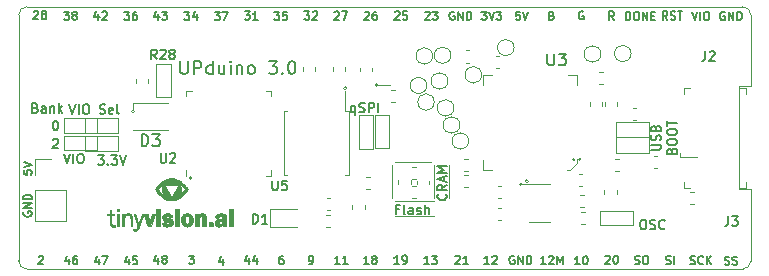
<source format=gto>
%TF.GenerationSoftware,KiCad,Pcbnew,(5.1.5)-3*%
%TF.CreationDate,2020-06-05T17:01:32-07:00*%
%TF.ProjectId,UPduino_v3.0,55506475-696e-46f5-9f76-332e302e6b69,3.0*%
%TF.SameCoordinates,Original*%
%TF.FileFunction,Legend,Top*%
%TF.FilePolarity,Positive*%
%FSLAX46Y46*%
G04 Gerber Fmt 4.6, Leading zero omitted, Abs format (unit mm)*
G04 Created by KiCad (PCBNEW (5.1.5)-3) date 2020-06-05 17:01:32*
%MOMM*%
%LPD*%
G04 APERTURE LIST*
%ADD10C,0.200000*%
%ADD11C,0.120000*%
%ADD12C,0.150000*%
%ADD13C,0.050000*%
%ADD14C,0.127000*%
%ADD15C,0.010000*%
%ADD16C,0.100000*%
G04 APERTURE END LIST*
D10*
X113696761Y-82379619D02*
X113696761Y-83270095D01*
X113749142Y-83374857D01*
X113801523Y-83427238D01*
X113906285Y-83479619D01*
X114115809Y-83479619D01*
X114220571Y-83427238D01*
X114272952Y-83374857D01*
X114325333Y-83270095D01*
X114325333Y-82379619D01*
X114849142Y-83479619D02*
X114849142Y-82379619D01*
X115268190Y-82379619D01*
X115372952Y-82432000D01*
X115425333Y-82484380D01*
X115477714Y-82589142D01*
X115477714Y-82746285D01*
X115425333Y-82851047D01*
X115372952Y-82903428D01*
X115268190Y-82955809D01*
X114849142Y-82955809D01*
X116420571Y-83479619D02*
X116420571Y-82379619D01*
X116420571Y-83427238D02*
X116315809Y-83479619D01*
X116106285Y-83479619D01*
X116001523Y-83427238D01*
X115949142Y-83374857D01*
X115896761Y-83270095D01*
X115896761Y-82955809D01*
X115949142Y-82851047D01*
X116001523Y-82798666D01*
X116106285Y-82746285D01*
X116315809Y-82746285D01*
X116420571Y-82798666D01*
X117415809Y-82746285D02*
X117415809Y-83479619D01*
X116944380Y-82746285D02*
X116944380Y-83322476D01*
X116996761Y-83427238D01*
X117101523Y-83479619D01*
X117258666Y-83479619D01*
X117363428Y-83427238D01*
X117415809Y-83374857D01*
X117939619Y-83479619D02*
X117939619Y-82746285D01*
X117939619Y-82379619D02*
X117887238Y-82432000D01*
X117939619Y-82484380D01*
X117992000Y-82432000D01*
X117939619Y-82379619D01*
X117939619Y-82484380D01*
X118463428Y-82746285D02*
X118463428Y-83479619D01*
X118463428Y-82851047D02*
X118515809Y-82798666D01*
X118620571Y-82746285D01*
X118777714Y-82746285D01*
X118882476Y-82798666D01*
X118934857Y-82903428D01*
X118934857Y-83479619D01*
X119615809Y-83479619D02*
X119511047Y-83427238D01*
X119458666Y-83374857D01*
X119406285Y-83270095D01*
X119406285Y-82955809D01*
X119458666Y-82851047D01*
X119511047Y-82798666D01*
X119615809Y-82746285D01*
X119772952Y-82746285D01*
X119877714Y-82798666D01*
X119930095Y-82851047D01*
X119982476Y-82955809D01*
X119982476Y-83270095D01*
X119930095Y-83374857D01*
X119877714Y-83427238D01*
X119772952Y-83479619D01*
X119615809Y-83479619D01*
X121187238Y-82379619D02*
X121868190Y-82379619D01*
X121501523Y-82798666D01*
X121658666Y-82798666D01*
X121763428Y-82851047D01*
X121815809Y-82903428D01*
X121868190Y-83008190D01*
X121868190Y-83270095D01*
X121815809Y-83374857D01*
X121763428Y-83427238D01*
X121658666Y-83479619D01*
X121344380Y-83479619D01*
X121239619Y-83427238D01*
X121187238Y-83374857D01*
X122339619Y-83374857D02*
X122392000Y-83427238D01*
X122339619Y-83479619D01*
X122287238Y-83427238D01*
X122339619Y-83374857D01*
X122339619Y-83479619D01*
X123072952Y-82379619D02*
X123177714Y-82379619D01*
X123282476Y-82432000D01*
X123334857Y-82484380D01*
X123387238Y-82589142D01*
X123439619Y-82798666D01*
X123439619Y-83060571D01*
X123387238Y-83270095D01*
X123334857Y-83374857D01*
X123282476Y-83427238D01*
X123177714Y-83479619D01*
X123072952Y-83479619D01*
X122968190Y-83427238D01*
X122915809Y-83374857D01*
X122863428Y-83270095D01*
X122811047Y-83060571D01*
X122811047Y-82798666D01*
X122863428Y-82589142D01*
X122915809Y-82484380D01*
X122968190Y-82432000D01*
X123072952Y-82379619D01*
D11*
X131826000Y-90932000D02*
X134874000Y-90932000D01*
X131572000Y-91186000D02*
X131572000Y-93980000D01*
X136398000Y-91186000D02*
X136398000Y-93980000D01*
X135128000Y-91186000D02*
X135128000Y-93980000D01*
D12*
X136175714Y-93662380D02*
X136213809Y-93700476D01*
X136251904Y-93814761D01*
X136251904Y-93890952D01*
X136213809Y-94005238D01*
X136137619Y-94081428D01*
X136061428Y-94119523D01*
X135909047Y-94157619D01*
X135794761Y-94157619D01*
X135642380Y-94119523D01*
X135566190Y-94081428D01*
X135490000Y-94005238D01*
X135451904Y-93890952D01*
X135451904Y-93814761D01*
X135490000Y-93700476D01*
X135528095Y-93662380D01*
X136251904Y-92862380D02*
X135870952Y-93129047D01*
X136251904Y-93319523D02*
X135451904Y-93319523D01*
X135451904Y-93014761D01*
X135490000Y-92938571D01*
X135528095Y-92900476D01*
X135604285Y-92862380D01*
X135718571Y-92862380D01*
X135794761Y-92900476D01*
X135832857Y-92938571D01*
X135870952Y-93014761D01*
X135870952Y-93319523D01*
X136023333Y-92557619D02*
X136023333Y-92176666D01*
X136251904Y-92633809D02*
X135451904Y-92367142D01*
X136251904Y-92100476D01*
X136251904Y-91833809D02*
X135451904Y-91833809D01*
X136023333Y-91567142D01*
X135451904Y-91300476D01*
X136251904Y-91300476D01*
X132207142Y-94938857D02*
X131940476Y-94938857D01*
X131940476Y-95357904D02*
X131940476Y-94557904D01*
X132321428Y-94557904D01*
X132740476Y-95357904D02*
X132664285Y-95319809D01*
X132626190Y-95243619D01*
X132626190Y-94557904D01*
X133388095Y-95357904D02*
X133388095Y-94938857D01*
X133350000Y-94862666D01*
X133273809Y-94824571D01*
X133121428Y-94824571D01*
X133045238Y-94862666D01*
X133388095Y-95319809D02*
X133311904Y-95357904D01*
X133121428Y-95357904D01*
X133045238Y-95319809D01*
X133007142Y-95243619D01*
X133007142Y-95167428D01*
X133045238Y-95091238D01*
X133121428Y-95053142D01*
X133311904Y-95053142D01*
X133388095Y-95015047D01*
X133730952Y-95319809D02*
X133807142Y-95357904D01*
X133959523Y-95357904D01*
X134035714Y-95319809D01*
X134073809Y-95243619D01*
X134073809Y-95205523D01*
X134035714Y-95129333D01*
X133959523Y-95091238D01*
X133845238Y-95091238D01*
X133769047Y-95053142D01*
X133730952Y-94976952D01*
X133730952Y-94938857D01*
X133769047Y-94862666D01*
X133845238Y-94824571D01*
X133959523Y-94824571D01*
X134035714Y-94862666D01*
X134416666Y-95357904D02*
X134416666Y-94557904D01*
X134759523Y-95357904D02*
X134759523Y-94938857D01*
X134721428Y-94862666D01*
X134645238Y-94824571D01*
X134530952Y-94824571D01*
X134454761Y-94862666D01*
X134416666Y-94900761D01*
D11*
X131826000Y-95504000D02*
X135128000Y-95504000D01*
X131826000Y-94234000D02*
X135128000Y-94234000D01*
D13*
X100000000Y-78480000D02*
G75*
G02X100700000Y-77780000I700000J0D01*
G01*
X161300000Y-77780000D02*
G75*
G02X162000000Y-78480000I0J-700000D01*
G01*
X162000000Y-99300000D02*
G75*
G02X161300000Y-100000000I-700000J0D01*
G01*
X100700000Y-100000000D02*
G75*
G02X100000000Y-99300000I0J700000D01*
G01*
D12*
X153572904Y-89909523D02*
X154220523Y-89909523D01*
X154296714Y-89871428D01*
X154334809Y-89833333D01*
X154372904Y-89757142D01*
X154372904Y-89604761D01*
X154334809Y-89528571D01*
X154296714Y-89490476D01*
X154220523Y-89452380D01*
X153572904Y-89452380D01*
X154334809Y-89109523D02*
X154372904Y-88995238D01*
X154372904Y-88804761D01*
X154334809Y-88728571D01*
X154296714Y-88690476D01*
X154220523Y-88652380D01*
X154144333Y-88652380D01*
X154068142Y-88690476D01*
X154030047Y-88728571D01*
X153991952Y-88804761D01*
X153953857Y-88957142D01*
X153915761Y-89033333D01*
X153877666Y-89071428D01*
X153801476Y-89109523D01*
X153725285Y-89109523D01*
X153649095Y-89071428D01*
X153611000Y-89033333D01*
X153572904Y-88957142D01*
X153572904Y-88766666D01*
X153611000Y-88652380D01*
X153953857Y-88042857D02*
X153991952Y-87928571D01*
X154030047Y-87890476D01*
X154106238Y-87852380D01*
X154220523Y-87852380D01*
X154296714Y-87890476D01*
X154334809Y-87928571D01*
X154372904Y-88004761D01*
X154372904Y-88309523D01*
X153572904Y-88309523D01*
X153572904Y-88042857D01*
X153611000Y-87966666D01*
X153649095Y-87928571D01*
X153725285Y-87890476D01*
X153801476Y-87890476D01*
X153877666Y-87928571D01*
X153915761Y-87966666D01*
X153953857Y-88042857D01*
X153953857Y-88309523D01*
X155303857Y-89985714D02*
X155341952Y-89871428D01*
X155380047Y-89833333D01*
X155456238Y-89795238D01*
X155570523Y-89795238D01*
X155646714Y-89833333D01*
X155684809Y-89871428D01*
X155722904Y-89947619D01*
X155722904Y-90252380D01*
X154922904Y-90252380D01*
X154922904Y-89985714D01*
X154961000Y-89909523D01*
X154999095Y-89871428D01*
X155075285Y-89833333D01*
X155151476Y-89833333D01*
X155227666Y-89871428D01*
X155265761Y-89909523D01*
X155303857Y-89985714D01*
X155303857Y-90252380D01*
X154922904Y-89300000D02*
X154922904Y-89147619D01*
X154961000Y-89071428D01*
X155037190Y-88995238D01*
X155189571Y-88957142D01*
X155456238Y-88957142D01*
X155608619Y-88995238D01*
X155684809Y-89071428D01*
X155722904Y-89147619D01*
X155722904Y-89300000D01*
X155684809Y-89376190D01*
X155608619Y-89452380D01*
X155456238Y-89490476D01*
X155189571Y-89490476D01*
X155037190Y-89452380D01*
X154961000Y-89376190D01*
X154922904Y-89300000D01*
X154922904Y-88461904D02*
X154922904Y-88309523D01*
X154961000Y-88233333D01*
X155037190Y-88157142D01*
X155189571Y-88119047D01*
X155456238Y-88119047D01*
X155608619Y-88157142D01*
X155684809Y-88233333D01*
X155722904Y-88309523D01*
X155722904Y-88461904D01*
X155684809Y-88538095D01*
X155608619Y-88614285D01*
X155456238Y-88652380D01*
X155189571Y-88652380D01*
X155037190Y-88614285D01*
X154961000Y-88538095D01*
X154922904Y-88461904D01*
X154922904Y-87890476D02*
X154922904Y-87433333D01*
X155722904Y-87661904D02*
X154922904Y-87661904D01*
X152812857Y-95827904D02*
X152965238Y-95827904D01*
X153041428Y-95866000D01*
X153117619Y-95942190D01*
X153155714Y-96094571D01*
X153155714Y-96361238D01*
X153117619Y-96513619D01*
X153041428Y-96589809D01*
X152965238Y-96627904D01*
X152812857Y-96627904D01*
X152736666Y-96589809D01*
X152660476Y-96513619D01*
X152622380Y-96361238D01*
X152622380Y-96094571D01*
X152660476Y-95942190D01*
X152736666Y-95866000D01*
X152812857Y-95827904D01*
X153460476Y-96589809D02*
X153574761Y-96627904D01*
X153765238Y-96627904D01*
X153841428Y-96589809D01*
X153879523Y-96551714D01*
X153917619Y-96475523D01*
X153917619Y-96399333D01*
X153879523Y-96323142D01*
X153841428Y-96285047D01*
X153765238Y-96246952D01*
X153612857Y-96208857D01*
X153536666Y-96170761D01*
X153498571Y-96132666D01*
X153460476Y-96056476D01*
X153460476Y-95980285D01*
X153498571Y-95904095D01*
X153536666Y-95866000D01*
X153612857Y-95827904D01*
X153803333Y-95827904D01*
X153917619Y-95866000D01*
X154717619Y-96551714D02*
X154679523Y-96589809D01*
X154565238Y-96627904D01*
X154489047Y-96627904D01*
X154374761Y-96589809D01*
X154298571Y-96513619D01*
X154260476Y-96437428D01*
X154222380Y-96285047D01*
X154222380Y-96170761D01*
X154260476Y-96018380D01*
X154298571Y-95942190D01*
X154374761Y-95866000D01*
X154489047Y-95827904D01*
X154565238Y-95827904D01*
X154679523Y-95866000D01*
X154717619Y-95904095D01*
X128486000Y-86188571D02*
X128486000Y-86988571D01*
X128486000Y-86683809D02*
X128409809Y-86721904D01*
X128257428Y-86721904D01*
X128181238Y-86683809D01*
X128143142Y-86645714D01*
X128105047Y-86569523D01*
X128105047Y-86340952D01*
X128143142Y-86264761D01*
X128181238Y-86226666D01*
X128257428Y-86188571D01*
X128409809Y-86188571D01*
X128486000Y-86226666D01*
X128828857Y-86683809D02*
X128943142Y-86721904D01*
X129133619Y-86721904D01*
X129209809Y-86683809D01*
X129247904Y-86645714D01*
X129286000Y-86569523D01*
X129286000Y-86493333D01*
X129247904Y-86417142D01*
X129209809Y-86379047D01*
X129133619Y-86340952D01*
X128981238Y-86302857D01*
X128905047Y-86264761D01*
X128866952Y-86226666D01*
X128828857Y-86150476D01*
X128828857Y-86074285D01*
X128866952Y-85998095D01*
X128905047Y-85960000D01*
X128981238Y-85921904D01*
X129171714Y-85921904D01*
X129286000Y-85960000D01*
X129628857Y-86721904D02*
X129628857Y-85921904D01*
X129933619Y-85921904D01*
X130009809Y-85960000D01*
X130047904Y-85998095D01*
X130086000Y-86074285D01*
X130086000Y-86188571D01*
X130047904Y-86264761D01*
X130009809Y-86302857D01*
X129933619Y-86340952D01*
X129628857Y-86340952D01*
X130428857Y-86721904D02*
X130428857Y-85921904D01*
X106719047Y-90361904D02*
X107214285Y-90361904D01*
X106947619Y-90666666D01*
X107061904Y-90666666D01*
X107138095Y-90704761D01*
X107176190Y-90742857D01*
X107214285Y-90819047D01*
X107214285Y-91009523D01*
X107176190Y-91085714D01*
X107138095Y-91123809D01*
X107061904Y-91161904D01*
X106833333Y-91161904D01*
X106757142Y-91123809D01*
X106719047Y-91085714D01*
X107557142Y-91085714D02*
X107595238Y-91123809D01*
X107557142Y-91161904D01*
X107519047Y-91123809D01*
X107557142Y-91085714D01*
X107557142Y-91161904D01*
X107861904Y-90361904D02*
X108357142Y-90361904D01*
X108090476Y-90666666D01*
X108204761Y-90666666D01*
X108280952Y-90704761D01*
X108319047Y-90742857D01*
X108357142Y-90819047D01*
X108357142Y-91009523D01*
X108319047Y-91085714D01*
X108280952Y-91123809D01*
X108204761Y-91161904D01*
X107976190Y-91161904D01*
X107900000Y-91123809D01*
X107861904Y-91085714D01*
X108585714Y-90361904D02*
X108852380Y-91161904D01*
X109119047Y-90361904D01*
X103823809Y-90239904D02*
X104090476Y-91039904D01*
X104357142Y-90239904D01*
X104623809Y-91039904D02*
X104623809Y-90239904D01*
X105157142Y-90239904D02*
X105309523Y-90239904D01*
X105385714Y-90278000D01*
X105461904Y-90354190D01*
X105500000Y-90506571D01*
X105500000Y-90773238D01*
X105461904Y-90925619D01*
X105385714Y-91001809D01*
X105309523Y-91039904D01*
X105157142Y-91039904D01*
X105080952Y-91001809D01*
X105004761Y-90925619D01*
X104966666Y-90773238D01*
X104966666Y-90506571D01*
X105004761Y-90354190D01*
X105080952Y-90278000D01*
X105157142Y-90239904D01*
X102895428Y-89046095D02*
X102933523Y-89008000D01*
X103009714Y-88969904D01*
X103200190Y-88969904D01*
X103276380Y-89008000D01*
X103314476Y-89046095D01*
X103352571Y-89122285D01*
X103352571Y-89198476D01*
X103314476Y-89312761D01*
X102857333Y-89769904D01*
X103352571Y-89769904D01*
X103085904Y-87445904D02*
X103162095Y-87445904D01*
X103238285Y-87484000D01*
X103276380Y-87522095D01*
X103314476Y-87598285D01*
X103352571Y-87750666D01*
X103352571Y-87941142D01*
X103314476Y-88093523D01*
X103276380Y-88169714D01*
X103238285Y-88207809D01*
X103162095Y-88245904D01*
X103085904Y-88245904D01*
X103009714Y-88207809D01*
X102971619Y-88169714D01*
X102933523Y-88093523D01*
X102895428Y-87941142D01*
X102895428Y-87750666D01*
X102933523Y-87598285D01*
X102971619Y-87522095D01*
X103009714Y-87484000D01*
X103085904Y-87445904D01*
X101409523Y-86342857D02*
X101523809Y-86380952D01*
X101561904Y-86419047D01*
X101600000Y-86495238D01*
X101600000Y-86609523D01*
X101561904Y-86685714D01*
X101523809Y-86723809D01*
X101447619Y-86761904D01*
X101142857Y-86761904D01*
X101142857Y-85961904D01*
X101409523Y-85961904D01*
X101485714Y-86000000D01*
X101523809Y-86038095D01*
X101561904Y-86114285D01*
X101561904Y-86190476D01*
X101523809Y-86266666D01*
X101485714Y-86304761D01*
X101409523Y-86342857D01*
X101142857Y-86342857D01*
X102285714Y-86761904D02*
X102285714Y-86342857D01*
X102247619Y-86266666D01*
X102171428Y-86228571D01*
X102019047Y-86228571D01*
X101942857Y-86266666D01*
X102285714Y-86723809D02*
X102209523Y-86761904D01*
X102019047Y-86761904D01*
X101942857Y-86723809D01*
X101904761Y-86647619D01*
X101904761Y-86571428D01*
X101942857Y-86495238D01*
X102019047Y-86457142D01*
X102209523Y-86457142D01*
X102285714Y-86419047D01*
X102666666Y-86228571D02*
X102666666Y-86761904D01*
X102666666Y-86304761D02*
X102704761Y-86266666D01*
X102780952Y-86228571D01*
X102895238Y-86228571D01*
X102971428Y-86266666D01*
X103009523Y-86342857D01*
X103009523Y-86761904D01*
X103390476Y-86761904D02*
X103390476Y-85961904D01*
X103466666Y-86457142D02*
X103695238Y-86761904D01*
X103695238Y-86228571D02*
X103390476Y-86533333D01*
X104285714Y-86061904D02*
X104552380Y-86861904D01*
X104819047Y-86061904D01*
X105085714Y-86861904D02*
X105085714Y-86061904D01*
X105619047Y-86061904D02*
X105771428Y-86061904D01*
X105847619Y-86100000D01*
X105923809Y-86176190D01*
X105961904Y-86328571D01*
X105961904Y-86595238D01*
X105923809Y-86747619D01*
X105847619Y-86823809D01*
X105771428Y-86861904D01*
X105619047Y-86861904D01*
X105542857Y-86823809D01*
X105466666Y-86747619D01*
X105428571Y-86595238D01*
X105428571Y-86328571D01*
X105466666Y-86176190D01*
X105542857Y-86100000D01*
X105619047Y-86061904D01*
X106876190Y-86823809D02*
X106990476Y-86861904D01*
X107180952Y-86861904D01*
X107257142Y-86823809D01*
X107295238Y-86785714D01*
X107333333Y-86709523D01*
X107333333Y-86633333D01*
X107295238Y-86557142D01*
X107257142Y-86519047D01*
X107180952Y-86480952D01*
X107028571Y-86442857D01*
X106952380Y-86404761D01*
X106914285Y-86366666D01*
X106876190Y-86290476D01*
X106876190Y-86214285D01*
X106914285Y-86138095D01*
X106952380Y-86100000D01*
X107028571Y-86061904D01*
X107219047Y-86061904D01*
X107333333Y-86100000D01*
X107980952Y-86823809D02*
X107904761Y-86861904D01*
X107752380Y-86861904D01*
X107676190Y-86823809D01*
X107638095Y-86747619D01*
X107638095Y-86442857D01*
X107676190Y-86366666D01*
X107752380Y-86328571D01*
X107904761Y-86328571D01*
X107980952Y-86366666D01*
X108019047Y-86442857D01*
X108019047Y-86519047D01*
X107638095Y-86595238D01*
X108476190Y-86861904D02*
X108400000Y-86823809D01*
X108361904Y-86747619D01*
X108361904Y-86061904D01*
D14*
X100416666Y-91623333D02*
X100416666Y-91956666D01*
X100750000Y-91990000D01*
X100716666Y-91956666D01*
X100683333Y-91890000D01*
X100683333Y-91723333D01*
X100716666Y-91656666D01*
X100750000Y-91623333D01*
X100816666Y-91590000D01*
X100983333Y-91590000D01*
X101050000Y-91623333D01*
X101083333Y-91656666D01*
X101116666Y-91723333D01*
X101116666Y-91890000D01*
X101083333Y-91956666D01*
X101050000Y-91990000D01*
X100416666Y-91390000D02*
X101116666Y-91156666D01*
X100416666Y-90923333D01*
X100440000Y-95153333D02*
X100406666Y-95220000D01*
X100406666Y-95320000D01*
X100440000Y-95420000D01*
X100506666Y-95486666D01*
X100573333Y-95520000D01*
X100706666Y-95553333D01*
X100806666Y-95553333D01*
X100940000Y-95520000D01*
X101006666Y-95486666D01*
X101073333Y-95420000D01*
X101106666Y-95320000D01*
X101106666Y-95253333D01*
X101073333Y-95153333D01*
X101040000Y-95120000D01*
X100806666Y-95120000D01*
X100806666Y-95253333D01*
X101106666Y-94820000D02*
X100406666Y-94820000D01*
X101106666Y-94420000D01*
X100406666Y-94420000D01*
X101106666Y-94086666D02*
X100406666Y-94086666D01*
X100406666Y-93920000D01*
X100440000Y-93820000D01*
X100506666Y-93753333D01*
X100573333Y-93720000D01*
X100706666Y-93686666D01*
X100806666Y-93686666D01*
X100940000Y-93720000D01*
X101006666Y-93753333D01*
X101073333Y-93820000D01*
X101106666Y-93920000D01*
X101106666Y-94086666D01*
D11*
X147106066Y-90725000D02*
G75*
G03X147106066Y-90725000I-106066J0D01*
G01*
X143170774Y-92550000D02*
G75*
G03X143170774Y-92550000I-145774J0D01*
G01*
X127784629Y-84675000D02*
G75*
G03X127784629Y-84675000I-134629J0D01*
G01*
X114700000Y-92300000D02*
G75*
G03X114700000Y-92300000I-125000J0D01*
G01*
D14*
X149676666Y-98923333D02*
X149710000Y-98890000D01*
X149776666Y-98856666D01*
X149943333Y-98856666D01*
X150010000Y-98890000D01*
X150043333Y-98923333D01*
X150076666Y-98990000D01*
X150076666Y-99056666D01*
X150043333Y-99156666D01*
X149643333Y-99556666D01*
X150076666Y-99556666D01*
X150510000Y-98856666D02*
X150576666Y-98856666D01*
X150643333Y-98890000D01*
X150676666Y-98923333D01*
X150710000Y-98990000D01*
X150743333Y-99123333D01*
X150743333Y-99290000D01*
X150710000Y-99423333D01*
X150676666Y-99490000D01*
X150643333Y-99523333D01*
X150576666Y-99556666D01*
X150510000Y-99556666D01*
X150443333Y-99523333D01*
X150410000Y-99490000D01*
X150376666Y-99423333D01*
X150343333Y-99290000D01*
X150343333Y-99123333D01*
X150376666Y-98990000D01*
X150410000Y-98923333D01*
X150443333Y-98890000D01*
X150510000Y-98856666D01*
X147516666Y-99606666D02*
X147116666Y-99606666D01*
X147316666Y-99606666D02*
X147316666Y-98906666D01*
X147250000Y-99006666D01*
X147183333Y-99073333D01*
X147116666Y-99106666D01*
X147950000Y-98906666D02*
X148016666Y-98906666D01*
X148083333Y-98940000D01*
X148116666Y-98973333D01*
X148150000Y-99040000D01*
X148183333Y-99173333D01*
X148183333Y-99340000D01*
X148150000Y-99473333D01*
X148116666Y-99540000D01*
X148083333Y-99573333D01*
X148016666Y-99606666D01*
X147950000Y-99606666D01*
X147883333Y-99573333D01*
X147850000Y-99540000D01*
X147816666Y-99473333D01*
X147783333Y-99340000D01*
X147783333Y-99173333D01*
X147816666Y-99040000D01*
X147850000Y-98973333D01*
X147883333Y-98940000D01*
X147950000Y-98906666D01*
X144636666Y-99576666D02*
X144236666Y-99576666D01*
X144436666Y-99576666D02*
X144436666Y-98876666D01*
X144370000Y-98976666D01*
X144303333Y-99043333D01*
X144236666Y-99076666D01*
X144903333Y-98943333D02*
X144936666Y-98910000D01*
X145003333Y-98876666D01*
X145170000Y-98876666D01*
X145236666Y-98910000D01*
X145270000Y-98943333D01*
X145303333Y-99010000D01*
X145303333Y-99076666D01*
X145270000Y-99176666D01*
X144870000Y-99576666D01*
X145303333Y-99576666D01*
X145603333Y-99576666D02*
X145603333Y-98876666D01*
X145836666Y-99376666D01*
X146070000Y-98876666D01*
X146070000Y-99576666D01*
X152173333Y-99533333D02*
X152273333Y-99566666D01*
X152440000Y-99566666D01*
X152506666Y-99533333D01*
X152540000Y-99500000D01*
X152573333Y-99433333D01*
X152573333Y-99366666D01*
X152540000Y-99300000D01*
X152506666Y-99266666D01*
X152440000Y-99233333D01*
X152306666Y-99200000D01*
X152240000Y-99166666D01*
X152206666Y-99133333D01*
X152173333Y-99066666D01*
X152173333Y-99000000D01*
X152206666Y-98933333D01*
X152240000Y-98900000D01*
X152306666Y-98866666D01*
X152473333Y-98866666D01*
X152573333Y-98900000D01*
X153006666Y-98866666D02*
X153140000Y-98866666D01*
X153206666Y-98900000D01*
X153273333Y-98966666D01*
X153306666Y-99100000D01*
X153306666Y-99333333D01*
X153273333Y-99466666D01*
X153206666Y-99533333D01*
X153140000Y-99566666D01*
X153006666Y-99566666D01*
X152940000Y-99533333D01*
X152873333Y-99466666D01*
X152840000Y-99333333D01*
X152840000Y-99100000D01*
X152873333Y-98966666D01*
X152940000Y-98900000D01*
X153006666Y-98866666D01*
X154793333Y-99553333D02*
X154893333Y-99586666D01*
X155060000Y-99586666D01*
X155126666Y-99553333D01*
X155160000Y-99520000D01*
X155193333Y-99453333D01*
X155193333Y-99386666D01*
X155160000Y-99320000D01*
X155126666Y-99286666D01*
X155060000Y-99253333D01*
X154926666Y-99220000D01*
X154860000Y-99186666D01*
X154826666Y-99153333D01*
X154793333Y-99086666D01*
X154793333Y-99020000D01*
X154826666Y-98953333D01*
X154860000Y-98920000D01*
X154926666Y-98886666D01*
X155093333Y-98886666D01*
X155193333Y-98920000D01*
X155493333Y-99586666D02*
X155493333Y-98886666D01*
X156860000Y-99563333D02*
X156960000Y-99596666D01*
X157126666Y-99596666D01*
X157193333Y-99563333D01*
X157226666Y-99530000D01*
X157260000Y-99463333D01*
X157260000Y-99396666D01*
X157226666Y-99330000D01*
X157193333Y-99296666D01*
X157126666Y-99263333D01*
X156993333Y-99230000D01*
X156926666Y-99196666D01*
X156893333Y-99163333D01*
X156860000Y-99096666D01*
X156860000Y-99030000D01*
X156893333Y-98963333D01*
X156926666Y-98930000D01*
X156993333Y-98896666D01*
X157160000Y-98896666D01*
X157260000Y-98930000D01*
X157960000Y-99530000D02*
X157926666Y-99563333D01*
X157826666Y-99596666D01*
X157760000Y-99596666D01*
X157660000Y-99563333D01*
X157593333Y-99496666D01*
X157560000Y-99430000D01*
X157526666Y-99296666D01*
X157526666Y-99196666D01*
X157560000Y-99063333D01*
X157593333Y-98996666D01*
X157660000Y-98930000D01*
X157760000Y-98896666D01*
X157826666Y-98896666D01*
X157926666Y-98930000D01*
X157960000Y-98963333D01*
X158260000Y-99596666D02*
X158260000Y-98896666D01*
X158660000Y-99596666D02*
X158360000Y-99196666D01*
X158660000Y-98896666D02*
X158260000Y-99296666D01*
X159766666Y-99603333D02*
X159866666Y-99636666D01*
X160033333Y-99636666D01*
X160100000Y-99603333D01*
X160133333Y-99570000D01*
X160166666Y-99503333D01*
X160166666Y-99436666D01*
X160133333Y-99370000D01*
X160100000Y-99336666D01*
X160033333Y-99303333D01*
X159900000Y-99270000D01*
X159833333Y-99236666D01*
X159800000Y-99203333D01*
X159766666Y-99136666D01*
X159766666Y-99070000D01*
X159800000Y-99003333D01*
X159833333Y-98970000D01*
X159900000Y-98936666D01*
X160066666Y-98936666D01*
X160166666Y-98970000D01*
X160433333Y-99603333D02*
X160533333Y-99636666D01*
X160700000Y-99636666D01*
X160766666Y-99603333D01*
X160800000Y-99570000D01*
X160833333Y-99503333D01*
X160833333Y-99436666D01*
X160800000Y-99370000D01*
X160766666Y-99336666D01*
X160700000Y-99303333D01*
X160566666Y-99270000D01*
X160500000Y-99236666D01*
X160466666Y-99203333D01*
X160433333Y-99136666D01*
X160433333Y-99070000D01*
X160466666Y-99003333D01*
X160500000Y-98970000D01*
X160566666Y-98936666D01*
X160733333Y-98936666D01*
X160833333Y-98970000D01*
X141956666Y-98900000D02*
X141890000Y-98866666D01*
X141790000Y-98866666D01*
X141690000Y-98900000D01*
X141623333Y-98966666D01*
X141590000Y-99033333D01*
X141556666Y-99166666D01*
X141556666Y-99266666D01*
X141590000Y-99400000D01*
X141623333Y-99466666D01*
X141690000Y-99533333D01*
X141790000Y-99566666D01*
X141856666Y-99566666D01*
X141956666Y-99533333D01*
X141990000Y-99500000D01*
X141990000Y-99266666D01*
X141856666Y-99266666D01*
X142290000Y-99566666D02*
X142290000Y-98866666D01*
X142690000Y-99566666D01*
X142690000Y-98866666D01*
X143023333Y-99566666D02*
X143023333Y-98866666D01*
X143190000Y-98866666D01*
X143290000Y-98900000D01*
X143356666Y-98966666D01*
X143390000Y-99033333D01*
X143423333Y-99166666D01*
X143423333Y-99266666D01*
X143390000Y-99400000D01*
X143356666Y-99466666D01*
X143290000Y-99533333D01*
X143190000Y-99566666D01*
X143023333Y-99566666D01*
X139836666Y-99566666D02*
X139436666Y-99566666D01*
X139636666Y-99566666D02*
X139636666Y-98866666D01*
X139570000Y-98966666D01*
X139503333Y-99033333D01*
X139436666Y-99066666D01*
X140103333Y-98933333D02*
X140136666Y-98900000D01*
X140203333Y-98866666D01*
X140370000Y-98866666D01*
X140436666Y-98900000D01*
X140470000Y-98933333D01*
X140503333Y-99000000D01*
X140503333Y-99066666D01*
X140470000Y-99166666D01*
X140070000Y-99566666D01*
X140503333Y-99566666D01*
X136986666Y-98923333D02*
X137020000Y-98890000D01*
X137086666Y-98856666D01*
X137253333Y-98856666D01*
X137320000Y-98890000D01*
X137353333Y-98923333D01*
X137386666Y-98990000D01*
X137386666Y-99056666D01*
X137353333Y-99156666D01*
X136953333Y-99556666D01*
X137386666Y-99556666D01*
X138053333Y-99556666D02*
X137653333Y-99556666D01*
X137853333Y-99556666D02*
X137853333Y-98856666D01*
X137786666Y-98956666D01*
X137720000Y-99023333D01*
X137653333Y-99056666D01*
X134736666Y-99576666D02*
X134336666Y-99576666D01*
X134536666Y-99576666D02*
X134536666Y-98876666D01*
X134470000Y-98976666D01*
X134403333Y-99043333D01*
X134336666Y-99076666D01*
X134970000Y-98876666D02*
X135403333Y-98876666D01*
X135170000Y-99143333D01*
X135270000Y-99143333D01*
X135336666Y-99176666D01*
X135370000Y-99210000D01*
X135403333Y-99276666D01*
X135403333Y-99443333D01*
X135370000Y-99510000D01*
X135336666Y-99543333D01*
X135270000Y-99576666D01*
X135070000Y-99576666D01*
X135003333Y-99543333D01*
X134970000Y-99510000D01*
X132216666Y-99546666D02*
X131816666Y-99546666D01*
X132016666Y-99546666D02*
X132016666Y-98846666D01*
X131950000Y-98946666D01*
X131883333Y-99013333D01*
X131816666Y-99046666D01*
X132550000Y-99546666D02*
X132683333Y-99546666D01*
X132750000Y-99513333D01*
X132783333Y-99480000D01*
X132850000Y-99380000D01*
X132883333Y-99246666D01*
X132883333Y-98980000D01*
X132850000Y-98913333D01*
X132816666Y-98880000D01*
X132750000Y-98846666D01*
X132616666Y-98846666D01*
X132550000Y-98880000D01*
X132516666Y-98913333D01*
X132483333Y-98980000D01*
X132483333Y-99146666D01*
X132516666Y-99213333D01*
X132550000Y-99246666D01*
X132616666Y-99280000D01*
X132750000Y-99280000D01*
X132816666Y-99246666D01*
X132850000Y-99213333D01*
X132883333Y-99146666D01*
X129646666Y-99566666D02*
X129246666Y-99566666D01*
X129446666Y-99566666D02*
X129446666Y-98866666D01*
X129380000Y-98966666D01*
X129313333Y-99033333D01*
X129246666Y-99066666D01*
X130046666Y-99166666D02*
X129980000Y-99133333D01*
X129946666Y-99100000D01*
X129913333Y-99033333D01*
X129913333Y-99000000D01*
X129946666Y-98933333D01*
X129980000Y-98900000D01*
X130046666Y-98866666D01*
X130180000Y-98866666D01*
X130246666Y-98900000D01*
X130280000Y-98933333D01*
X130313333Y-99000000D01*
X130313333Y-99033333D01*
X130280000Y-99100000D01*
X130246666Y-99133333D01*
X130180000Y-99166666D01*
X130046666Y-99166666D01*
X129980000Y-99200000D01*
X129946666Y-99233333D01*
X129913333Y-99300000D01*
X129913333Y-99433333D01*
X129946666Y-99500000D01*
X129980000Y-99533333D01*
X130046666Y-99566666D01*
X130180000Y-99566666D01*
X130246666Y-99533333D01*
X130280000Y-99500000D01*
X130313333Y-99433333D01*
X130313333Y-99300000D01*
X130280000Y-99233333D01*
X130246666Y-99200000D01*
X130180000Y-99166666D01*
X127186666Y-99576666D02*
X126786666Y-99576666D01*
X126986666Y-99576666D02*
X126986666Y-98876666D01*
X126920000Y-98976666D01*
X126853333Y-99043333D01*
X126786666Y-99076666D01*
X127853333Y-99576666D02*
X127453333Y-99576666D01*
X127653333Y-99576666D02*
X127653333Y-98876666D01*
X127586666Y-98976666D01*
X127520000Y-99043333D01*
X127453333Y-99076666D01*
X124616666Y-99586666D02*
X124750000Y-99586666D01*
X124816666Y-99553333D01*
X124850000Y-99520000D01*
X124916666Y-99420000D01*
X124950000Y-99286666D01*
X124950000Y-99020000D01*
X124916666Y-98953333D01*
X124883333Y-98920000D01*
X124816666Y-98886666D01*
X124683333Y-98886666D01*
X124616666Y-98920000D01*
X124583333Y-98953333D01*
X124550000Y-99020000D01*
X124550000Y-99186666D01*
X124583333Y-99253333D01*
X124616666Y-99286666D01*
X124683333Y-99320000D01*
X124816666Y-99320000D01*
X124883333Y-99286666D01*
X124916666Y-99253333D01*
X124950000Y-99186666D01*
X122383333Y-98876666D02*
X122250000Y-98876666D01*
X122183333Y-98910000D01*
X122150000Y-98943333D01*
X122083333Y-99043333D01*
X122050000Y-99176666D01*
X122050000Y-99443333D01*
X122083333Y-99510000D01*
X122116666Y-99543333D01*
X122183333Y-99576666D01*
X122316666Y-99576666D01*
X122383333Y-99543333D01*
X122416666Y-99510000D01*
X122450000Y-99443333D01*
X122450000Y-99276666D01*
X122416666Y-99210000D01*
X122383333Y-99176666D01*
X122316666Y-99143333D01*
X122183333Y-99143333D01*
X122116666Y-99176666D01*
X122083333Y-99210000D01*
X122050000Y-99276666D01*
X119480000Y-99100000D02*
X119480000Y-99566666D01*
X119313333Y-98833333D02*
X119146666Y-99333333D01*
X119580000Y-99333333D01*
X120146666Y-99100000D02*
X120146666Y-99566666D01*
X119980000Y-98833333D02*
X119813333Y-99333333D01*
X120246666Y-99333333D01*
X117263333Y-99160000D02*
X117263333Y-99626666D01*
X117096666Y-98893333D02*
X116930000Y-99393333D01*
X117363333Y-99393333D01*
X114406666Y-98856666D02*
X114840000Y-98856666D01*
X114606666Y-99123333D01*
X114706666Y-99123333D01*
X114773333Y-99156666D01*
X114806666Y-99190000D01*
X114840000Y-99256666D01*
X114840000Y-99423333D01*
X114806666Y-99490000D01*
X114773333Y-99523333D01*
X114706666Y-99556666D01*
X114506666Y-99556666D01*
X114440000Y-99523333D01*
X114406666Y-99490000D01*
X111820000Y-99090000D02*
X111820000Y-99556666D01*
X111653333Y-98823333D02*
X111486666Y-99323333D01*
X111920000Y-99323333D01*
X112286666Y-99156666D02*
X112220000Y-99123333D01*
X112186666Y-99090000D01*
X112153333Y-99023333D01*
X112153333Y-98990000D01*
X112186666Y-98923333D01*
X112220000Y-98890000D01*
X112286666Y-98856666D01*
X112420000Y-98856666D01*
X112486666Y-98890000D01*
X112520000Y-98923333D01*
X112553333Y-98990000D01*
X112553333Y-99023333D01*
X112520000Y-99090000D01*
X112486666Y-99123333D01*
X112420000Y-99156666D01*
X112286666Y-99156666D01*
X112220000Y-99190000D01*
X112186666Y-99223333D01*
X112153333Y-99290000D01*
X112153333Y-99423333D01*
X112186666Y-99490000D01*
X112220000Y-99523333D01*
X112286666Y-99556666D01*
X112420000Y-99556666D01*
X112486666Y-99523333D01*
X112520000Y-99490000D01*
X112553333Y-99423333D01*
X112553333Y-99290000D01*
X112520000Y-99223333D01*
X112486666Y-99190000D01*
X112420000Y-99156666D01*
X109310000Y-99140000D02*
X109310000Y-99606666D01*
X109143333Y-98873333D02*
X108976666Y-99373333D01*
X109410000Y-99373333D01*
X110010000Y-98906666D02*
X109676666Y-98906666D01*
X109643333Y-99240000D01*
X109676666Y-99206666D01*
X109743333Y-99173333D01*
X109910000Y-99173333D01*
X109976666Y-99206666D01*
X110010000Y-99240000D01*
X110043333Y-99306666D01*
X110043333Y-99473333D01*
X110010000Y-99540000D01*
X109976666Y-99573333D01*
X109910000Y-99606666D01*
X109743333Y-99606666D01*
X109676666Y-99573333D01*
X109643333Y-99540000D01*
X106780000Y-99140000D02*
X106780000Y-99606666D01*
X106613333Y-98873333D02*
X106446666Y-99373333D01*
X106880000Y-99373333D01*
X107080000Y-98906666D02*
X107546666Y-98906666D01*
X107246666Y-99606666D01*
X104250000Y-99120000D02*
X104250000Y-99586666D01*
X104083333Y-98853333D02*
X103916666Y-99353333D01*
X104350000Y-99353333D01*
X104916666Y-98886666D02*
X104783333Y-98886666D01*
X104716666Y-98920000D01*
X104683333Y-98953333D01*
X104616666Y-99053333D01*
X104583333Y-99186666D01*
X104583333Y-99453333D01*
X104616666Y-99520000D01*
X104650000Y-99553333D01*
X104716666Y-99586666D01*
X104850000Y-99586666D01*
X104916666Y-99553333D01*
X104950000Y-99520000D01*
X104983333Y-99453333D01*
X104983333Y-99286666D01*
X104950000Y-99220000D01*
X104916666Y-99186666D01*
X104850000Y-99153333D01*
X104716666Y-99153333D01*
X104650000Y-99186666D01*
X104616666Y-99220000D01*
X104583333Y-99286666D01*
X101700000Y-98933333D02*
X101733333Y-98900000D01*
X101800000Y-98866666D01*
X101966666Y-98866666D01*
X102033333Y-98900000D01*
X102066666Y-98933333D01*
X102100000Y-99000000D01*
X102100000Y-99066666D01*
X102066666Y-99166666D01*
X101666666Y-99566666D01*
X102100000Y-99566666D01*
X159776666Y-78240000D02*
X159710000Y-78206666D01*
X159610000Y-78206666D01*
X159510000Y-78240000D01*
X159443333Y-78306666D01*
X159410000Y-78373333D01*
X159376666Y-78506666D01*
X159376666Y-78606666D01*
X159410000Y-78740000D01*
X159443333Y-78806666D01*
X159510000Y-78873333D01*
X159610000Y-78906666D01*
X159676666Y-78906666D01*
X159776666Y-78873333D01*
X159810000Y-78840000D01*
X159810000Y-78606666D01*
X159676666Y-78606666D01*
X160110000Y-78906666D02*
X160110000Y-78206666D01*
X160510000Y-78906666D01*
X160510000Y-78206666D01*
X160843333Y-78906666D02*
X160843333Y-78206666D01*
X161010000Y-78206666D01*
X161110000Y-78240000D01*
X161176666Y-78306666D01*
X161210000Y-78373333D01*
X161243333Y-78506666D01*
X161243333Y-78606666D01*
X161210000Y-78740000D01*
X161176666Y-78806666D01*
X161110000Y-78873333D01*
X161010000Y-78906666D01*
X160843333Y-78906666D01*
X156993333Y-78216666D02*
X157226666Y-78916666D01*
X157460000Y-78216666D01*
X157693333Y-78916666D02*
X157693333Y-78216666D01*
X158160000Y-78216666D02*
X158293333Y-78216666D01*
X158360000Y-78250000D01*
X158426666Y-78316666D01*
X158460000Y-78450000D01*
X158460000Y-78683333D01*
X158426666Y-78816666D01*
X158360000Y-78883333D01*
X158293333Y-78916666D01*
X158160000Y-78916666D01*
X158093333Y-78883333D01*
X158026666Y-78816666D01*
X157993333Y-78683333D01*
X157993333Y-78450000D01*
X158026666Y-78316666D01*
X158093333Y-78250000D01*
X158160000Y-78216666D01*
X154936666Y-78876666D02*
X154703333Y-78543333D01*
X154536666Y-78876666D02*
X154536666Y-78176666D01*
X154803333Y-78176666D01*
X154870000Y-78210000D01*
X154903333Y-78243333D01*
X154936666Y-78310000D01*
X154936666Y-78410000D01*
X154903333Y-78476666D01*
X154870000Y-78510000D01*
X154803333Y-78543333D01*
X154536666Y-78543333D01*
X155203333Y-78843333D02*
X155303333Y-78876666D01*
X155470000Y-78876666D01*
X155536666Y-78843333D01*
X155570000Y-78810000D01*
X155603333Y-78743333D01*
X155603333Y-78676666D01*
X155570000Y-78610000D01*
X155536666Y-78576666D01*
X155470000Y-78543333D01*
X155336666Y-78510000D01*
X155270000Y-78476666D01*
X155236666Y-78443333D01*
X155203333Y-78376666D01*
X155203333Y-78310000D01*
X155236666Y-78243333D01*
X155270000Y-78210000D01*
X155336666Y-78176666D01*
X155503333Y-78176666D01*
X155603333Y-78210000D01*
X155803333Y-78176666D02*
X156203333Y-78176666D01*
X156003333Y-78876666D02*
X156003333Y-78176666D01*
X151396666Y-78906666D02*
X151396666Y-78206666D01*
X151563333Y-78206666D01*
X151663333Y-78240000D01*
X151730000Y-78306666D01*
X151763333Y-78373333D01*
X151796666Y-78506666D01*
X151796666Y-78606666D01*
X151763333Y-78740000D01*
X151730000Y-78806666D01*
X151663333Y-78873333D01*
X151563333Y-78906666D01*
X151396666Y-78906666D01*
X152230000Y-78206666D02*
X152363333Y-78206666D01*
X152430000Y-78240000D01*
X152496666Y-78306666D01*
X152530000Y-78440000D01*
X152530000Y-78673333D01*
X152496666Y-78806666D01*
X152430000Y-78873333D01*
X152363333Y-78906666D01*
X152230000Y-78906666D01*
X152163333Y-78873333D01*
X152096666Y-78806666D01*
X152063333Y-78673333D01*
X152063333Y-78440000D01*
X152096666Y-78306666D01*
X152163333Y-78240000D01*
X152230000Y-78206666D01*
X152830000Y-78906666D02*
X152830000Y-78206666D01*
X153230000Y-78906666D01*
X153230000Y-78206666D01*
X153563333Y-78540000D02*
X153796666Y-78540000D01*
X153896666Y-78906666D02*
X153563333Y-78906666D01*
X153563333Y-78206666D01*
X153896666Y-78206666D01*
X150416666Y-78866666D02*
X150183333Y-78533333D01*
X150016666Y-78866666D02*
X150016666Y-78166666D01*
X150283333Y-78166666D01*
X150350000Y-78200000D01*
X150383333Y-78233333D01*
X150416666Y-78300000D01*
X150416666Y-78400000D01*
X150383333Y-78466666D01*
X150350000Y-78500000D01*
X150283333Y-78533333D01*
X150016666Y-78533333D01*
X147803333Y-78190000D02*
X147736666Y-78156666D01*
X147636666Y-78156666D01*
X147536666Y-78190000D01*
X147470000Y-78256666D01*
X147436666Y-78323333D01*
X147403333Y-78456666D01*
X147403333Y-78556666D01*
X147436666Y-78690000D01*
X147470000Y-78756666D01*
X147536666Y-78823333D01*
X147636666Y-78856666D01*
X147703333Y-78856666D01*
X147803333Y-78823333D01*
X147836666Y-78790000D01*
X147836666Y-78556666D01*
X147703333Y-78556666D01*
X145125000Y-78530000D02*
X145225000Y-78563333D01*
X145258333Y-78596666D01*
X145291666Y-78663333D01*
X145291666Y-78763333D01*
X145258333Y-78830000D01*
X145225000Y-78863333D01*
X145158333Y-78896666D01*
X144891666Y-78896666D01*
X144891666Y-78196666D01*
X145125000Y-78196666D01*
X145191666Y-78230000D01*
X145225000Y-78263333D01*
X145258333Y-78330000D01*
X145258333Y-78396666D01*
X145225000Y-78463333D01*
X145191666Y-78496666D01*
X145125000Y-78530000D01*
X144891666Y-78530000D01*
X142441666Y-78196666D02*
X142108333Y-78196666D01*
X142075000Y-78530000D01*
X142108333Y-78496666D01*
X142175000Y-78463333D01*
X142341666Y-78463333D01*
X142408333Y-78496666D01*
X142441666Y-78530000D01*
X142475000Y-78596666D01*
X142475000Y-78763333D01*
X142441666Y-78830000D01*
X142408333Y-78863333D01*
X142341666Y-78896666D01*
X142175000Y-78896666D01*
X142108333Y-78863333D01*
X142075000Y-78830000D01*
X142675000Y-78196666D02*
X142908333Y-78896666D01*
X143141666Y-78196666D01*
X139183333Y-78196666D02*
X139616666Y-78196666D01*
X139383333Y-78463333D01*
X139483333Y-78463333D01*
X139550000Y-78496666D01*
X139583333Y-78530000D01*
X139616666Y-78596666D01*
X139616666Y-78763333D01*
X139583333Y-78830000D01*
X139550000Y-78863333D01*
X139483333Y-78896666D01*
X139283333Y-78896666D01*
X139216666Y-78863333D01*
X139183333Y-78830000D01*
X139816666Y-78196666D02*
X140050000Y-78896666D01*
X140283333Y-78196666D01*
X140450000Y-78196666D02*
X140883333Y-78196666D01*
X140650000Y-78463333D01*
X140750000Y-78463333D01*
X140816666Y-78496666D01*
X140850000Y-78530000D01*
X140883333Y-78596666D01*
X140883333Y-78763333D01*
X140850000Y-78830000D01*
X140816666Y-78863333D01*
X140750000Y-78896666D01*
X140550000Y-78896666D01*
X140483333Y-78863333D01*
X140450000Y-78830000D01*
X136876666Y-78230000D02*
X136810000Y-78196666D01*
X136710000Y-78196666D01*
X136610000Y-78230000D01*
X136543333Y-78296666D01*
X136510000Y-78363333D01*
X136476666Y-78496666D01*
X136476666Y-78596666D01*
X136510000Y-78730000D01*
X136543333Y-78796666D01*
X136610000Y-78863333D01*
X136710000Y-78896666D01*
X136776666Y-78896666D01*
X136876666Y-78863333D01*
X136910000Y-78830000D01*
X136910000Y-78596666D01*
X136776666Y-78596666D01*
X137210000Y-78896666D02*
X137210000Y-78196666D01*
X137610000Y-78896666D01*
X137610000Y-78196666D01*
X137943333Y-78896666D02*
X137943333Y-78196666D01*
X138110000Y-78196666D01*
X138210000Y-78230000D01*
X138276666Y-78296666D01*
X138310000Y-78363333D01*
X138343333Y-78496666D01*
X138343333Y-78596666D01*
X138310000Y-78730000D01*
X138276666Y-78796666D01*
X138210000Y-78863333D01*
X138110000Y-78896666D01*
X137943333Y-78896666D01*
X134406666Y-78263333D02*
X134440000Y-78230000D01*
X134506666Y-78196666D01*
X134673333Y-78196666D01*
X134740000Y-78230000D01*
X134773333Y-78263333D01*
X134806666Y-78330000D01*
X134806666Y-78396666D01*
X134773333Y-78496666D01*
X134373333Y-78896666D01*
X134806666Y-78896666D01*
X135040000Y-78196666D02*
X135473333Y-78196666D01*
X135240000Y-78463333D01*
X135340000Y-78463333D01*
X135406666Y-78496666D01*
X135440000Y-78530000D01*
X135473333Y-78596666D01*
X135473333Y-78763333D01*
X135440000Y-78830000D01*
X135406666Y-78863333D01*
X135340000Y-78896666D01*
X135140000Y-78896666D01*
X135073333Y-78863333D01*
X135040000Y-78830000D01*
X131856666Y-78253333D02*
X131890000Y-78220000D01*
X131956666Y-78186666D01*
X132123333Y-78186666D01*
X132190000Y-78220000D01*
X132223333Y-78253333D01*
X132256666Y-78320000D01*
X132256666Y-78386666D01*
X132223333Y-78486666D01*
X131823333Y-78886666D01*
X132256666Y-78886666D01*
X132890000Y-78186666D02*
X132556666Y-78186666D01*
X132523333Y-78520000D01*
X132556666Y-78486666D01*
X132623333Y-78453333D01*
X132790000Y-78453333D01*
X132856666Y-78486666D01*
X132890000Y-78520000D01*
X132923333Y-78586666D01*
X132923333Y-78753333D01*
X132890000Y-78820000D01*
X132856666Y-78853333D01*
X132790000Y-78886666D01*
X132623333Y-78886666D01*
X132556666Y-78853333D01*
X132523333Y-78820000D01*
X129286666Y-78263333D02*
X129320000Y-78230000D01*
X129386666Y-78196666D01*
X129553333Y-78196666D01*
X129620000Y-78230000D01*
X129653333Y-78263333D01*
X129686666Y-78330000D01*
X129686666Y-78396666D01*
X129653333Y-78496666D01*
X129253333Y-78896666D01*
X129686666Y-78896666D01*
X130286666Y-78196666D02*
X130153333Y-78196666D01*
X130086666Y-78230000D01*
X130053333Y-78263333D01*
X129986666Y-78363333D01*
X129953333Y-78496666D01*
X129953333Y-78763333D01*
X129986666Y-78830000D01*
X130020000Y-78863333D01*
X130086666Y-78896666D01*
X130220000Y-78896666D01*
X130286666Y-78863333D01*
X130320000Y-78830000D01*
X130353333Y-78763333D01*
X130353333Y-78596666D01*
X130320000Y-78530000D01*
X130286666Y-78496666D01*
X130220000Y-78463333D01*
X130086666Y-78463333D01*
X130020000Y-78496666D01*
X129986666Y-78530000D01*
X129953333Y-78596666D01*
X126736666Y-78253333D02*
X126770000Y-78220000D01*
X126836666Y-78186666D01*
X127003333Y-78186666D01*
X127070000Y-78220000D01*
X127103333Y-78253333D01*
X127136666Y-78320000D01*
X127136666Y-78386666D01*
X127103333Y-78486666D01*
X126703333Y-78886666D01*
X127136666Y-78886666D01*
X127370000Y-78186666D02*
X127836666Y-78186666D01*
X127536666Y-78886666D01*
X124193333Y-78176666D02*
X124626666Y-78176666D01*
X124393333Y-78443333D01*
X124493333Y-78443333D01*
X124560000Y-78476666D01*
X124593333Y-78510000D01*
X124626666Y-78576666D01*
X124626666Y-78743333D01*
X124593333Y-78810000D01*
X124560000Y-78843333D01*
X124493333Y-78876666D01*
X124293333Y-78876666D01*
X124226666Y-78843333D01*
X124193333Y-78810000D01*
X124893333Y-78243333D02*
X124926666Y-78210000D01*
X124993333Y-78176666D01*
X125160000Y-78176666D01*
X125226666Y-78210000D01*
X125260000Y-78243333D01*
X125293333Y-78310000D01*
X125293333Y-78376666D01*
X125260000Y-78476666D01*
X124860000Y-78876666D01*
X125293333Y-78876666D01*
X121643333Y-78216666D02*
X122076666Y-78216666D01*
X121843333Y-78483333D01*
X121943333Y-78483333D01*
X122010000Y-78516666D01*
X122043333Y-78550000D01*
X122076666Y-78616666D01*
X122076666Y-78783333D01*
X122043333Y-78850000D01*
X122010000Y-78883333D01*
X121943333Y-78916666D01*
X121743333Y-78916666D01*
X121676666Y-78883333D01*
X121643333Y-78850000D01*
X122710000Y-78216666D02*
X122376666Y-78216666D01*
X122343333Y-78550000D01*
X122376666Y-78516666D01*
X122443333Y-78483333D01*
X122610000Y-78483333D01*
X122676666Y-78516666D01*
X122710000Y-78550000D01*
X122743333Y-78616666D01*
X122743333Y-78783333D01*
X122710000Y-78850000D01*
X122676666Y-78883333D01*
X122610000Y-78916666D01*
X122443333Y-78916666D01*
X122376666Y-78883333D01*
X122343333Y-78850000D01*
X119143333Y-78176666D02*
X119576666Y-78176666D01*
X119343333Y-78443333D01*
X119443333Y-78443333D01*
X119510000Y-78476666D01*
X119543333Y-78510000D01*
X119576666Y-78576666D01*
X119576666Y-78743333D01*
X119543333Y-78810000D01*
X119510000Y-78843333D01*
X119443333Y-78876666D01*
X119243333Y-78876666D01*
X119176666Y-78843333D01*
X119143333Y-78810000D01*
X120243333Y-78876666D02*
X119843333Y-78876666D01*
X120043333Y-78876666D02*
X120043333Y-78176666D01*
X119976666Y-78276666D01*
X119910000Y-78343333D01*
X119843333Y-78376666D01*
X116593333Y-78226666D02*
X117026666Y-78226666D01*
X116793333Y-78493333D01*
X116893333Y-78493333D01*
X116960000Y-78526666D01*
X116993333Y-78560000D01*
X117026666Y-78626666D01*
X117026666Y-78793333D01*
X116993333Y-78860000D01*
X116960000Y-78893333D01*
X116893333Y-78926666D01*
X116693333Y-78926666D01*
X116626666Y-78893333D01*
X116593333Y-78860000D01*
X117260000Y-78226666D02*
X117726666Y-78226666D01*
X117426666Y-78926666D01*
X114033333Y-78206666D02*
X114466666Y-78206666D01*
X114233333Y-78473333D01*
X114333333Y-78473333D01*
X114400000Y-78506666D01*
X114433333Y-78540000D01*
X114466666Y-78606666D01*
X114466666Y-78773333D01*
X114433333Y-78840000D01*
X114400000Y-78873333D01*
X114333333Y-78906666D01*
X114133333Y-78906666D01*
X114066666Y-78873333D01*
X114033333Y-78840000D01*
X115066666Y-78440000D02*
X115066666Y-78906666D01*
X114900000Y-78173333D02*
X114733333Y-78673333D01*
X115166666Y-78673333D01*
X111830000Y-78430000D02*
X111830000Y-78896666D01*
X111663333Y-78163333D02*
X111496666Y-78663333D01*
X111930000Y-78663333D01*
X112130000Y-78196666D02*
X112563333Y-78196666D01*
X112330000Y-78463333D01*
X112430000Y-78463333D01*
X112496666Y-78496666D01*
X112530000Y-78530000D01*
X112563333Y-78596666D01*
X112563333Y-78763333D01*
X112530000Y-78830000D01*
X112496666Y-78863333D01*
X112430000Y-78896666D01*
X112230000Y-78896666D01*
X112163333Y-78863333D01*
X112130000Y-78830000D01*
X108943333Y-78206666D02*
X109376666Y-78206666D01*
X109143333Y-78473333D01*
X109243333Y-78473333D01*
X109310000Y-78506666D01*
X109343333Y-78540000D01*
X109376666Y-78606666D01*
X109376666Y-78773333D01*
X109343333Y-78840000D01*
X109310000Y-78873333D01*
X109243333Y-78906666D01*
X109043333Y-78906666D01*
X108976666Y-78873333D01*
X108943333Y-78840000D01*
X109976666Y-78206666D02*
X109843333Y-78206666D01*
X109776666Y-78240000D01*
X109743333Y-78273333D01*
X109676666Y-78373333D01*
X109643333Y-78506666D01*
X109643333Y-78773333D01*
X109676666Y-78840000D01*
X109710000Y-78873333D01*
X109776666Y-78906666D01*
X109910000Y-78906666D01*
X109976666Y-78873333D01*
X110010000Y-78840000D01*
X110043333Y-78773333D01*
X110043333Y-78606666D01*
X110010000Y-78540000D01*
X109976666Y-78506666D01*
X109910000Y-78473333D01*
X109776666Y-78473333D01*
X109710000Y-78506666D01*
X109676666Y-78540000D01*
X109643333Y-78606666D01*
X106750000Y-78410000D02*
X106750000Y-78876666D01*
X106583333Y-78143333D02*
X106416666Y-78643333D01*
X106850000Y-78643333D01*
X107083333Y-78243333D02*
X107116666Y-78210000D01*
X107183333Y-78176666D01*
X107350000Y-78176666D01*
X107416666Y-78210000D01*
X107450000Y-78243333D01*
X107483333Y-78310000D01*
X107483333Y-78376666D01*
X107450000Y-78476666D01*
X107050000Y-78876666D01*
X107483333Y-78876666D01*
X103843333Y-78196666D02*
X104276666Y-78196666D01*
X104043333Y-78463333D01*
X104143333Y-78463333D01*
X104210000Y-78496666D01*
X104243333Y-78530000D01*
X104276666Y-78596666D01*
X104276666Y-78763333D01*
X104243333Y-78830000D01*
X104210000Y-78863333D01*
X104143333Y-78896666D01*
X103943333Y-78896666D01*
X103876666Y-78863333D01*
X103843333Y-78830000D01*
X104676666Y-78496666D02*
X104610000Y-78463333D01*
X104576666Y-78430000D01*
X104543333Y-78363333D01*
X104543333Y-78330000D01*
X104576666Y-78263333D01*
X104610000Y-78230000D01*
X104676666Y-78196666D01*
X104810000Y-78196666D01*
X104876666Y-78230000D01*
X104910000Y-78263333D01*
X104943333Y-78330000D01*
X104943333Y-78363333D01*
X104910000Y-78430000D01*
X104876666Y-78463333D01*
X104810000Y-78496666D01*
X104676666Y-78496666D01*
X104610000Y-78530000D01*
X104576666Y-78563333D01*
X104543333Y-78630000D01*
X104543333Y-78763333D01*
X104576666Y-78830000D01*
X104610000Y-78863333D01*
X104676666Y-78896666D01*
X104810000Y-78896666D01*
X104876666Y-78863333D01*
X104910000Y-78830000D01*
X104943333Y-78763333D01*
X104943333Y-78630000D01*
X104910000Y-78563333D01*
X104876666Y-78530000D01*
X104810000Y-78496666D01*
X101276666Y-78208333D02*
X101310000Y-78175000D01*
X101376666Y-78141666D01*
X101543333Y-78141666D01*
X101610000Y-78175000D01*
X101643333Y-78208333D01*
X101676666Y-78275000D01*
X101676666Y-78341666D01*
X101643333Y-78441666D01*
X101243333Y-78841666D01*
X101676666Y-78841666D01*
X102076666Y-78441666D02*
X102010000Y-78408333D01*
X101976666Y-78375000D01*
X101943333Y-78308333D01*
X101943333Y-78275000D01*
X101976666Y-78208333D01*
X102010000Y-78175000D01*
X102076666Y-78141666D01*
X102210000Y-78141666D01*
X102276666Y-78175000D01*
X102310000Y-78208333D01*
X102343333Y-78275000D01*
X102343333Y-78308333D01*
X102310000Y-78375000D01*
X102276666Y-78408333D01*
X102210000Y-78441666D01*
X102076666Y-78441666D01*
X102010000Y-78475000D01*
X101976666Y-78508333D01*
X101943333Y-78575000D01*
X101943333Y-78708333D01*
X101976666Y-78775000D01*
X102010000Y-78808333D01*
X102076666Y-78841666D01*
X102210000Y-78841666D01*
X102276666Y-78808333D01*
X102310000Y-78775000D01*
X102343333Y-78708333D01*
X102343333Y-78575000D01*
X102310000Y-78508333D01*
X102276666Y-78475000D01*
X102210000Y-78441666D01*
D13*
X162000000Y-93200000D02*
X161000000Y-93200000D01*
X162000000Y-84500000D02*
X161000000Y-84500000D01*
X161000000Y-93200000D02*
X161000000Y-84500000D01*
X162000000Y-99300000D02*
X162000000Y-93200000D01*
X100000000Y-78480000D02*
X100000000Y-99300000D01*
X161300000Y-77780000D02*
X100700000Y-77780000D01*
X162000000Y-84500000D02*
X162000000Y-78480000D01*
X100700000Y-100000000D02*
X161300000Y-100000000D01*
D11*
X109787803Y-86646000D02*
G75*
G03X109787803Y-86646000I-111803J0D01*
G01*
X109726000Y-88196000D02*
X112626000Y-88196000D01*
X109726000Y-85896000D02*
X112626000Y-85896000D01*
X109726000Y-86496000D02*
X109726000Y-85896000D01*
X127672800Y-86572200D02*
X127672800Y-84897200D01*
X127932800Y-86572200D02*
X127672800Y-86572200D01*
X127932800Y-89297200D02*
X127932800Y-86572200D01*
X127932800Y-92022200D02*
X127672800Y-92022200D01*
X127932800Y-89297200D02*
X127932800Y-92022200D01*
X122482800Y-86572200D02*
X122742800Y-86572200D01*
X122482800Y-89297200D02*
X122482800Y-86572200D01*
X122482800Y-92022200D02*
X122742800Y-92022200D01*
X122482800Y-89297200D02*
X122482800Y-92022200D01*
X134780000Y-92822779D02*
X134780000Y-92497221D01*
X133760000Y-92822779D02*
X133760000Y-92497221D01*
X133287221Y-92370000D02*
X133612779Y-92370000D01*
X133287221Y-91350000D02*
X133612779Y-91350000D01*
X133297221Y-93980000D02*
X133622779Y-93980000D01*
X133297221Y-92960000D02*
X133622779Y-92960000D01*
X133180000Y-92812779D02*
X133180000Y-92487221D01*
X132160000Y-92812779D02*
X132160000Y-92487221D01*
D15*
G36*
X109793898Y-95298286D02*
G01*
X109866282Y-95298286D01*
X109915939Y-95447292D01*
X109935203Y-95506077D01*
X109951890Y-95558822D01*
X109964319Y-95600085D01*
X109970808Y-95624423D01*
X109971061Y-95625697D01*
X109976466Y-95645414D01*
X109988556Y-95684262D01*
X110006118Y-95738508D01*
X110027935Y-95804419D01*
X110052792Y-95878262D01*
X110064526Y-95912735D01*
X110152524Y-96170375D01*
X110167727Y-96118354D01*
X110181490Y-96076356D01*
X110196559Y-96037436D01*
X110199857Y-96030048D01*
X110213661Y-95996395D01*
X110229101Y-95953022D01*
X110235457Y-95933286D01*
X110256318Y-95868157D01*
X110276680Y-95808903D01*
X110294271Y-95761955D01*
X110303767Y-95739762D01*
X110314092Y-95714259D01*
X110327465Y-95676519D01*
X110334496Y-95655095D01*
X110356770Y-95589226D01*
X110383662Y-95515729D01*
X110410439Y-95447368D01*
X110420425Y-95423458D01*
X110431603Y-95393916D01*
X110436727Y-95373536D01*
X110436762Y-95372622D01*
X110441433Y-95352914D01*
X110450799Y-95329093D01*
X110464836Y-95298286D01*
X110686656Y-95298286D01*
X110756642Y-95298753D01*
X110817230Y-95300053D01*
X110864708Y-95302031D01*
X110895362Y-95304534D01*
X110905498Y-95307357D01*
X110907222Y-95324905D01*
X110916134Y-95360736D01*
X110931002Y-95410452D01*
X110950592Y-95469659D01*
X110952681Y-95475696D01*
X110965282Y-95515654D01*
X110974748Y-95552052D01*
X110976197Y-95559210D01*
X110985925Y-95594408D01*
X110995763Y-95617657D01*
X111004818Y-95638476D01*
X111005521Y-95646622D01*
X111006933Y-95659588D01*
X111015078Y-95691122D01*
X111028702Y-95736959D01*
X111046553Y-95792835D01*
X111062330Y-95839845D01*
X111078161Y-95889764D01*
X111086737Y-95927849D01*
X111089639Y-95951429D01*
X111094132Y-95951023D01*
X111104038Y-95934102D01*
X111116604Y-95906920D01*
X111129074Y-95875732D01*
X111138694Y-95846793D01*
X111142083Y-95832343D01*
X111147129Y-95812015D01*
X111158283Y-95772867D01*
X111174268Y-95719111D01*
X111193806Y-95654960D01*
X111215616Y-95584630D01*
X111238422Y-95512333D01*
X111252743Y-95467619D01*
X111268015Y-95418280D01*
X111281043Y-95372690D01*
X111289235Y-95339953D01*
X111289717Y-95337595D01*
X111297446Y-95298286D01*
X111423485Y-95298286D01*
X111481311Y-95299392D01*
X111523338Y-95302499D01*
X111546256Y-95307290D01*
X111549524Y-95310381D01*
X111542173Y-95322142D01*
X111539937Y-95322476D01*
X111531514Y-95333058D01*
X111520861Y-95359973D01*
X111515384Y-95378435D01*
X111503581Y-95417809D01*
X111486487Y-95469188D01*
X111467619Y-95522043D01*
X111465920Y-95526602D01*
X111446356Y-95580066D01*
X111427367Y-95633899D01*
X111412863Y-95677003D01*
X111412131Y-95679286D01*
X111403103Y-95706867D01*
X111387538Y-95753626D01*
X111366687Y-95815839D01*
X111341802Y-95889782D01*
X111314133Y-95971730D01*
X111286193Y-96054238D01*
X111179546Y-96368714D01*
X111057245Y-96372149D01*
X110934944Y-96375583D01*
X110883804Y-96220958D01*
X110864221Y-96162949D01*
X110846593Y-96112939D01*
X110832618Y-96075591D01*
X110823995Y-96055573D01*
X110822984Y-96053956D01*
X110815501Y-96037080D01*
X110804198Y-96003213D01*
X110791186Y-95958817D01*
X110787524Y-95945381D01*
X110774410Y-95899195D01*
X110762413Y-95861729D01*
X110753644Y-95839445D01*
X110752054Y-95836806D01*
X110744377Y-95820712D01*
X110731990Y-95788666D01*
X110717379Y-95747811D01*
X110703033Y-95705288D01*
X110691441Y-95668240D01*
X110685436Y-95645572D01*
X110678786Y-95624027D01*
X110669237Y-95598979D01*
X110659829Y-95573183D01*
X110645926Y-95531546D01*
X110629953Y-95481409D01*
X110623302Y-95459883D01*
X110607922Y-95411681D01*
X110594159Y-95372227D01*
X110584091Y-95347329D01*
X110581130Y-95342193D01*
X110572063Y-95345190D01*
X110561551Y-95365947D01*
X110559423Y-95372431D01*
X110540610Y-95430469D01*
X110518793Y-95491567D01*
X110498063Y-95544439D01*
X110492078Y-95558333D01*
X110477654Y-95594812D01*
X110463366Y-95636975D01*
X110461538Y-95643000D01*
X110449618Y-95680124D01*
X110438284Y-95710825D01*
X110436247Y-95715571D01*
X110420561Y-95754422D01*
X110400240Y-95810942D01*
X110377248Y-95879529D01*
X110362018Y-95927238D01*
X110348188Y-95968841D01*
X110335845Y-96001552D01*
X110327860Y-96017952D01*
X110318152Y-96037008D01*
X110306915Y-96067770D01*
X110305483Y-96072381D01*
X110290332Y-96119614D01*
X110273723Y-96167187D01*
X110257957Y-96208962D01*
X110245329Y-96238799D01*
X110238969Y-96250016D01*
X110232592Y-96267284D01*
X110231143Y-96283644D01*
X110226378Y-96309883D01*
X110220172Y-96320938D01*
X110209643Y-96339621D01*
X110198310Y-96370234D01*
X110196957Y-96374762D01*
X110177234Y-96436085D01*
X110153029Y-96496532D01*
X110120497Y-96565458D01*
X110110112Y-96586095D01*
X110082568Y-96635545D01*
X110056251Y-96669696D01*
X110024716Y-96696188D01*
X110008077Y-96707047D01*
X109975579Y-96725515D01*
X109946050Y-96736781D01*
X109911260Y-96742812D01*
X109862973Y-96745573D01*
X109844774Y-96746055D01*
X109796170Y-96746213D01*
X109756645Y-96744568D01*
X109732574Y-96741454D01*
X109728876Y-96740007D01*
X109721578Y-96723626D01*
X109717445Y-96692717D01*
X109717095Y-96680018D01*
X109717095Y-96628464D01*
X109765476Y-96636105D01*
X109841478Y-96642083D01*
X109901640Y-96632546D01*
X109949396Y-96606593D01*
X109974758Y-96581290D01*
X109986827Y-96562099D01*
X110005394Y-96527694D01*
X110027065Y-96484935D01*
X110048448Y-96440682D01*
X110066150Y-96401797D01*
X110076777Y-96375140D01*
X110076900Y-96374762D01*
X110076817Y-96348733D01*
X110072737Y-96337118D01*
X110063577Y-96311561D01*
X110055806Y-96278249D01*
X110045574Y-96239135D01*
X110032878Y-96207035D01*
X110024531Y-96186379D01*
X110010185Y-96146528D01*
X109991164Y-96091341D01*
X109968791Y-96024680D01*
X109944388Y-95950405D01*
X109934924Y-95921191D01*
X109910453Y-95846314D01*
X109887797Y-95778797D01*
X109868199Y-95722193D01*
X109852899Y-95680059D01*
X109843138Y-95655952D01*
X109841000Y-95652071D01*
X109834057Y-95639043D01*
X109835846Y-95636952D01*
X109835416Y-95626353D01*
X109827435Y-95597181D01*
X109813208Y-95553375D01*
X109794039Y-95498876D01*
X109771230Y-95437622D01*
X109761800Y-95413191D01*
X109741504Y-95361077D01*
X109730379Y-95327655D01*
X109729581Y-95308794D01*
X109740262Y-95300363D01*
X109763577Y-95298231D01*
X109793898Y-95298286D01*
G37*
X109793898Y-95298286D02*
X109866282Y-95298286D01*
X109915939Y-95447292D01*
X109935203Y-95506077D01*
X109951890Y-95558822D01*
X109964319Y-95600085D01*
X109970808Y-95624423D01*
X109971061Y-95625697D01*
X109976466Y-95645414D01*
X109988556Y-95684262D01*
X110006118Y-95738508D01*
X110027935Y-95804419D01*
X110052792Y-95878262D01*
X110064526Y-95912735D01*
X110152524Y-96170375D01*
X110167727Y-96118354D01*
X110181490Y-96076356D01*
X110196559Y-96037436D01*
X110199857Y-96030048D01*
X110213661Y-95996395D01*
X110229101Y-95953022D01*
X110235457Y-95933286D01*
X110256318Y-95868157D01*
X110276680Y-95808903D01*
X110294271Y-95761955D01*
X110303767Y-95739762D01*
X110314092Y-95714259D01*
X110327465Y-95676519D01*
X110334496Y-95655095D01*
X110356770Y-95589226D01*
X110383662Y-95515729D01*
X110410439Y-95447368D01*
X110420425Y-95423458D01*
X110431603Y-95393916D01*
X110436727Y-95373536D01*
X110436762Y-95372622D01*
X110441433Y-95352914D01*
X110450799Y-95329093D01*
X110464836Y-95298286D01*
X110686656Y-95298286D01*
X110756642Y-95298753D01*
X110817230Y-95300053D01*
X110864708Y-95302031D01*
X110895362Y-95304534D01*
X110905498Y-95307357D01*
X110907222Y-95324905D01*
X110916134Y-95360736D01*
X110931002Y-95410452D01*
X110950592Y-95469659D01*
X110952681Y-95475696D01*
X110965282Y-95515654D01*
X110974748Y-95552052D01*
X110976197Y-95559210D01*
X110985925Y-95594408D01*
X110995763Y-95617657D01*
X111004818Y-95638476D01*
X111005521Y-95646622D01*
X111006933Y-95659588D01*
X111015078Y-95691122D01*
X111028702Y-95736959D01*
X111046553Y-95792835D01*
X111062330Y-95839845D01*
X111078161Y-95889764D01*
X111086737Y-95927849D01*
X111089639Y-95951429D01*
X111094132Y-95951023D01*
X111104038Y-95934102D01*
X111116604Y-95906920D01*
X111129074Y-95875732D01*
X111138694Y-95846793D01*
X111142083Y-95832343D01*
X111147129Y-95812015D01*
X111158283Y-95772867D01*
X111174268Y-95719111D01*
X111193806Y-95654960D01*
X111215616Y-95584630D01*
X111238422Y-95512333D01*
X111252743Y-95467619D01*
X111268015Y-95418280D01*
X111281043Y-95372690D01*
X111289235Y-95339953D01*
X111289717Y-95337595D01*
X111297446Y-95298286D01*
X111423485Y-95298286D01*
X111481311Y-95299392D01*
X111523338Y-95302499D01*
X111546256Y-95307290D01*
X111549524Y-95310381D01*
X111542173Y-95322142D01*
X111539937Y-95322476D01*
X111531514Y-95333058D01*
X111520861Y-95359973D01*
X111515384Y-95378435D01*
X111503581Y-95417809D01*
X111486487Y-95469188D01*
X111467619Y-95522043D01*
X111465920Y-95526602D01*
X111446356Y-95580066D01*
X111427367Y-95633899D01*
X111412863Y-95677003D01*
X111412131Y-95679286D01*
X111403103Y-95706867D01*
X111387538Y-95753626D01*
X111366687Y-95815839D01*
X111341802Y-95889782D01*
X111314133Y-95971730D01*
X111286193Y-96054238D01*
X111179546Y-96368714D01*
X111057245Y-96372149D01*
X110934944Y-96375583D01*
X110883804Y-96220958D01*
X110864221Y-96162949D01*
X110846593Y-96112939D01*
X110832618Y-96075591D01*
X110823995Y-96055573D01*
X110822984Y-96053956D01*
X110815501Y-96037080D01*
X110804198Y-96003213D01*
X110791186Y-95958817D01*
X110787524Y-95945381D01*
X110774410Y-95899195D01*
X110762413Y-95861729D01*
X110753644Y-95839445D01*
X110752054Y-95836806D01*
X110744377Y-95820712D01*
X110731990Y-95788666D01*
X110717379Y-95747811D01*
X110703033Y-95705288D01*
X110691441Y-95668240D01*
X110685436Y-95645572D01*
X110678786Y-95624027D01*
X110669237Y-95598979D01*
X110659829Y-95573183D01*
X110645926Y-95531546D01*
X110629953Y-95481409D01*
X110623302Y-95459883D01*
X110607922Y-95411681D01*
X110594159Y-95372227D01*
X110584091Y-95347329D01*
X110581130Y-95342193D01*
X110572063Y-95345190D01*
X110561551Y-95365947D01*
X110559423Y-95372431D01*
X110540610Y-95430469D01*
X110518793Y-95491567D01*
X110498063Y-95544439D01*
X110492078Y-95558333D01*
X110477654Y-95594812D01*
X110463366Y-95636975D01*
X110461538Y-95643000D01*
X110449618Y-95680124D01*
X110438284Y-95710825D01*
X110436247Y-95715571D01*
X110420561Y-95754422D01*
X110400240Y-95810942D01*
X110377248Y-95879529D01*
X110362018Y-95927238D01*
X110348188Y-95968841D01*
X110335845Y-96001552D01*
X110327860Y-96017952D01*
X110318152Y-96037008D01*
X110306915Y-96067770D01*
X110305483Y-96072381D01*
X110290332Y-96119614D01*
X110273723Y-96167187D01*
X110257957Y-96208962D01*
X110245329Y-96238799D01*
X110238969Y-96250016D01*
X110232592Y-96267284D01*
X110231143Y-96283644D01*
X110226378Y-96309883D01*
X110220172Y-96320938D01*
X110209643Y-96339621D01*
X110198310Y-96370234D01*
X110196957Y-96374762D01*
X110177234Y-96436085D01*
X110153029Y-96496532D01*
X110120497Y-96565458D01*
X110110112Y-96586095D01*
X110082568Y-96635545D01*
X110056251Y-96669696D01*
X110024716Y-96696188D01*
X110008077Y-96707047D01*
X109975579Y-96725515D01*
X109946050Y-96736781D01*
X109911260Y-96742812D01*
X109862973Y-96745573D01*
X109844774Y-96746055D01*
X109796170Y-96746213D01*
X109756645Y-96744568D01*
X109732574Y-96741454D01*
X109728876Y-96740007D01*
X109721578Y-96723626D01*
X109717445Y-96692717D01*
X109717095Y-96680018D01*
X109717095Y-96628464D01*
X109765476Y-96636105D01*
X109841478Y-96642083D01*
X109901640Y-96632546D01*
X109949396Y-96606593D01*
X109974758Y-96581290D01*
X109986827Y-96562099D01*
X110005394Y-96527694D01*
X110027065Y-96484935D01*
X110048448Y-96440682D01*
X110066150Y-96401797D01*
X110076777Y-96375140D01*
X110076900Y-96374762D01*
X110076817Y-96348733D01*
X110072737Y-96337118D01*
X110063577Y-96311561D01*
X110055806Y-96278249D01*
X110045574Y-96239135D01*
X110032878Y-96207035D01*
X110024531Y-96186379D01*
X110010185Y-96146528D01*
X109991164Y-96091341D01*
X109968791Y-96024680D01*
X109944388Y-95950405D01*
X109934924Y-95921191D01*
X109910453Y-95846314D01*
X109887797Y-95778797D01*
X109868199Y-95722193D01*
X109852899Y-95680059D01*
X109843138Y-95655952D01*
X109841000Y-95652071D01*
X109834057Y-95639043D01*
X109835846Y-95636952D01*
X109835416Y-95626353D01*
X109827435Y-95597181D01*
X109813208Y-95553375D01*
X109794039Y-95498876D01*
X109771230Y-95437622D01*
X109761800Y-95413191D01*
X109741504Y-95361077D01*
X109730379Y-95327655D01*
X109729581Y-95308794D01*
X109740262Y-95300363D01*
X109763577Y-95298231D01*
X109793898Y-95298286D01*
G36*
X107849232Y-95162214D02*
G01*
X107847069Y-95298286D01*
X107971701Y-95298276D01*
X108096334Y-95298267D01*
X108093414Y-95409641D01*
X107973921Y-95411416D01*
X107854429Y-95413191D01*
X107851219Y-95769341D01*
X107850455Y-95886299D01*
X107850758Y-95981665D01*
X107852539Y-96058033D01*
X107856211Y-96117993D01*
X107862186Y-96164137D01*
X107870877Y-96199055D01*
X107882696Y-96225339D01*
X107898055Y-96245581D01*
X107917366Y-96262372D01*
X107931197Y-96271983D01*
X107957715Y-96287173D01*
X107984580Y-96295595D01*
X108019802Y-96298781D01*
X108069119Y-96298328D01*
X108162857Y-96295614D01*
X108162857Y-96347283D01*
X108160669Y-96381129D01*
X108152574Y-96396772D01*
X108141691Y-96399980D01*
X108065553Y-96402876D01*
X108001646Y-96403722D01*
X107953422Y-96402557D01*
X107924332Y-96399421D01*
X107918459Y-96397411D01*
X107901149Y-96391709D01*
X107897212Y-96392627D01*
X107884136Y-96388952D01*
X107858471Y-96374914D01*
X107842206Y-96364519D01*
X107800079Y-96325166D01*
X107763594Y-96270929D01*
X107738409Y-96211112D01*
X107732032Y-96183376D01*
X107730540Y-96162574D01*
X107729030Y-96120911D01*
X107727568Y-96061717D01*
X107726221Y-95988322D01*
X107725057Y-95904055D01*
X107724143Y-95812247D01*
X107723905Y-95780506D01*
X107721381Y-95413191D01*
X107509715Y-95406201D01*
X107509715Y-95298286D01*
X107715334Y-95298286D01*
X107715334Y-95168262D01*
X107715554Y-95110922D01*
X107716810Y-95073488D01*
X107719993Y-95051674D01*
X107725992Y-95041195D01*
X107735698Y-95037766D01*
X107742548Y-95037346D01*
X107774134Y-95035167D01*
X107810579Y-95031298D01*
X107851395Y-95026143D01*
X107849232Y-95162214D01*
G37*
X107849232Y-95162214D02*
X107847069Y-95298286D01*
X107971701Y-95298276D01*
X108096334Y-95298267D01*
X108093414Y-95409641D01*
X107973921Y-95411416D01*
X107854429Y-95413191D01*
X107851219Y-95769341D01*
X107850455Y-95886299D01*
X107850758Y-95981665D01*
X107852539Y-96058033D01*
X107856211Y-96117993D01*
X107862186Y-96164137D01*
X107870877Y-96199055D01*
X107882696Y-96225339D01*
X107898055Y-96245581D01*
X107917366Y-96262372D01*
X107931197Y-96271983D01*
X107957715Y-96287173D01*
X107984580Y-96295595D01*
X108019802Y-96298781D01*
X108069119Y-96298328D01*
X108162857Y-96295614D01*
X108162857Y-96347283D01*
X108160669Y-96381129D01*
X108152574Y-96396772D01*
X108141691Y-96399980D01*
X108065553Y-96402876D01*
X108001646Y-96403722D01*
X107953422Y-96402557D01*
X107924332Y-96399421D01*
X107918459Y-96397411D01*
X107901149Y-96391709D01*
X107897212Y-96392627D01*
X107884136Y-96388952D01*
X107858471Y-96374914D01*
X107842206Y-96364519D01*
X107800079Y-96325166D01*
X107763594Y-96270929D01*
X107738409Y-96211112D01*
X107732032Y-96183376D01*
X107730540Y-96162574D01*
X107729030Y-96120911D01*
X107727568Y-96061717D01*
X107726221Y-95988322D01*
X107725057Y-95904055D01*
X107724143Y-95812247D01*
X107723905Y-95780506D01*
X107721381Y-95413191D01*
X107509715Y-95406201D01*
X107509715Y-95298286D01*
X107715334Y-95298286D01*
X107715334Y-95168262D01*
X107715554Y-95110922D01*
X107716810Y-95073488D01*
X107719993Y-95051674D01*
X107725992Y-95041195D01*
X107735698Y-95037766D01*
X107742548Y-95037346D01*
X107774134Y-95035167D01*
X107810579Y-95031298D01*
X107851395Y-95026143D01*
X107849232Y-95162214D01*
G36*
X112665758Y-95285791D02*
G01*
X112712061Y-95288065D01*
X112747254Y-95293411D01*
X112777878Y-95303102D01*
X112810469Y-95318408D01*
X112832624Y-95330238D01*
X112902507Y-95378835D01*
X112958753Y-95442669D01*
X112994519Y-95503143D01*
X113024326Y-95561964D01*
X112997520Y-95568691D01*
X112970958Y-95574925D01*
X112958619Y-95577397D01*
X112938924Y-95582978D01*
X112916286Y-95591095D01*
X112886355Y-95601770D01*
X112867905Y-95607309D01*
X112841059Y-95614501D01*
X112825062Y-95619083D01*
X112805461Y-95618780D01*
X112786064Y-95602553D01*
X112770633Y-95581201D01*
X112732861Y-95532499D01*
X112693133Y-95503044D01*
X112644061Y-95488903D01*
X112591851Y-95485972D01*
X112522265Y-95492492D01*
X112472584Y-95511495D01*
X112443277Y-95542759D01*
X112437357Y-95558678D01*
X112439392Y-95595466D01*
X112461006Y-95628112D01*
X112497639Y-95650891D01*
X112514700Y-95655800D01*
X112549171Y-95662959D01*
X112575197Y-95668459D01*
X112577619Y-95668984D01*
X112600940Y-95673051D01*
X112635728Y-95678117D01*
X112644143Y-95679235D01*
X112683936Y-95684955D01*
X112718671Y-95690808D01*
X112722762Y-95691604D01*
X112759964Y-95698857D01*
X112784201Y-95703410D01*
X112877944Y-95729886D01*
X112952719Y-95771338D01*
X113008460Y-95827693D01*
X113045103Y-95898871D01*
X113062582Y-95984799D01*
X113064161Y-96030048D01*
X113059889Y-96093240D01*
X113046648Y-96144819D01*
X113021331Y-96196644D01*
X113019826Y-96199226D01*
X112964198Y-96270935D01*
X112890032Y-96327611D01*
X112796979Y-96369489D01*
X112746953Y-96384045D01*
X112727152Y-96386460D01*
X112691082Y-96388776D01*
X112644683Y-96390828D01*
X112593897Y-96392453D01*
X112544666Y-96393485D01*
X112502932Y-96393761D01*
X112474637Y-96393116D01*
X112465660Y-96391819D01*
X112451546Y-96386174D01*
X112437790Y-96382965D01*
X112343073Y-96354412D01*
X112262521Y-96306736D01*
X112199029Y-96244836D01*
X112175934Y-96212705D01*
X112153343Y-96174199D01*
X112134208Y-96135477D01*
X112121481Y-96102694D01*
X112118113Y-96082009D01*
X112119502Y-96078943D01*
X112133477Y-96074535D01*
X112162957Y-96069209D01*
X112178701Y-96067011D01*
X112225870Y-96060805D01*
X112273174Y-96054333D01*
X112281286Y-96053188D01*
X112331059Y-96046336D01*
X112361569Y-96043064D01*
X112377464Y-96043275D01*
X112383389Y-96046870D01*
X112384095Y-96051010D01*
X112393810Y-96077108D01*
X112418808Y-96107925D01*
X112452869Y-96137099D01*
X112488378Y-96157679D01*
X112533581Y-96170186D01*
X112589961Y-96176291D01*
X112648555Y-96175967D01*
X112700397Y-96169188D01*
X112732342Y-96158394D01*
X112764522Y-96132556D01*
X112785604Y-96099201D01*
X112790769Y-96066572D01*
X112789432Y-96060745D01*
X112769644Y-96034062D01*
X112732059Y-96011515D01*
X112683060Y-95996540D01*
X112665056Y-95993798D01*
X112571107Y-95981467D01*
X112498924Y-95968194D01*
X112446087Y-95953531D01*
X112444572Y-95952992D01*
X112413638Y-95942578D01*
X112373720Y-95929965D01*
X112362135Y-95926443D01*
X112291735Y-95893245D01*
X112233752Y-95841694D01*
X112190666Y-95775490D01*
X112164955Y-95698336D01*
X112158716Y-95622740D01*
X112172065Y-95534375D01*
X112206387Y-95457991D01*
X112261745Y-95393499D01*
X112338201Y-95340810D01*
X112367700Y-95326168D01*
X112407880Y-95308548D01*
X112441324Y-95296872D01*
X112474985Y-95289930D01*
X112515812Y-95286506D01*
X112570756Y-95285389D01*
X112601810Y-95285315D01*
X112665758Y-95285791D01*
G37*
X112665758Y-95285791D02*
X112712061Y-95288065D01*
X112747254Y-95293411D01*
X112777878Y-95303102D01*
X112810469Y-95318408D01*
X112832624Y-95330238D01*
X112902507Y-95378835D01*
X112958753Y-95442669D01*
X112994519Y-95503143D01*
X113024326Y-95561964D01*
X112997520Y-95568691D01*
X112970958Y-95574925D01*
X112958619Y-95577397D01*
X112938924Y-95582978D01*
X112916286Y-95591095D01*
X112886355Y-95601770D01*
X112867905Y-95607309D01*
X112841059Y-95614501D01*
X112825062Y-95619083D01*
X112805461Y-95618780D01*
X112786064Y-95602553D01*
X112770633Y-95581201D01*
X112732861Y-95532499D01*
X112693133Y-95503044D01*
X112644061Y-95488903D01*
X112591851Y-95485972D01*
X112522265Y-95492492D01*
X112472584Y-95511495D01*
X112443277Y-95542759D01*
X112437357Y-95558678D01*
X112439392Y-95595466D01*
X112461006Y-95628112D01*
X112497639Y-95650891D01*
X112514700Y-95655800D01*
X112549171Y-95662959D01*
X112575197Y-95668459D01*
X112577619Y-95668984D01*
X112600940Y-95673051D01*
X112635728Y-95678117D01*
X112644143Y-95679235D01*
X112683936Y-95684955D01*
X112718671Y-95690808D01*
X112722762Y-95691604D01*
X112759964Y-95698857D01*
X112784201Y-95703410D01*
X112877944Y-95729886D01*
X112952719Y-95771338D01*
X113008460Y-95827693D01*
X113045103Y-95898871D01*
X113062582Y-95984799D01*
X113064161Y-96030048D01*
X113059889Y-96093240D01*
X113046648Y-96144819D01*
X113021331Y-96196644D01*
X113019826Y-96199226D01*
X112964198Y-96270935D01*
X112890032Y-96327611D01*
X112796979Y-96369489D01*
X112746953Y-96384045D01*
X112727152Y-96386460D01*
X112691082Y-96388776D01*
X112644683Y-96390828D01*
X112593897Y-96392453D01*
X112544666Y-96393485D01*
X112502932Y-96393761D01*
X112474637Y-96393116D01*
X112465660Y-96391819D01*
X112451546Y-96386174D01*
X112437790Y-96382965D01*
X112343073Y-96354412D01*
X112262521Y-96306736D01*
X112199029Y-96244836D01*
X112175934Y-96212705D01*
X112153343Y-96174199D01*
X112134208Y-96135477D01*
X112121481Y-96102694D01*
X112118113Y-96082009D01*
X112119502Y-96078943D01*
X112133477Y-96074535D01*
X112162957Y-96069209D01*
X112178701Y-96067011D01*
X112225870Y-96060805D01*
X112273174Y-96054333D01*
X112281286Y-96053188D01*
X112331059Y-96046336D01*
X112361569Y-96043064D01*
X112377464Y-96043275D01*
X112383389Y-96046870D01*
X112384095Y-96051010D01*
X112393810Y-96077108D01*
X112418808Y-96107925D01*
X112452869Y-96137099D01*
X112488378Y-96157679D01*
X112533581Y-96170186D01*
X112589961Y-96176291D01*
X112648555Y-96175967D01*
X112700397Y-96169188D01*
X112732342Y-96158394D01*
X112764522Y-96132556D01*
X112785604Y-96099201D01*
X112790769Y-96066572D01*
X112789432Y-96060745D01*
X112769644Y-96034062D01*
X112732059Y-96011515D01*
X112683060Y-95996540D01*
X112665056Y-95993798D01*
X112571107Y-95981467D01*
X112498924Y-95968194D01*
X112446087Y-95953531D01*
X112444572Y-95952992D01*
X112413638Y-95942578D01*
X112373720Y-95929965D01*
X112362135Y-95926443D01*
X112291735Y-95893245D01*
X112233752Y-95841694D01*
X112190666Y-95775490D01*
X112164955Y-95698336D01*
X112158716Y-95622740D01*
X112172065Y-95534375D01*
X112206387Y-95457991D01*
X112261745Y-95393499D01*
X112338201Y-95340810D01*
X112367700Y-95326168D01*
X112407880Y-95308548D01*
X112441324Y-95296872D01*
X112474985Y-95289930D01*
X112515812Y-95286506D01*
X112570756Y-95285389D01*
X112601810Y-95285315D01*
X112665758Y-95285791D01*
G36*
X114295228Y-95285293D02*
G01*
X114345215Y-95287930D01*
X114379810Y-95291972D01*
X114408999Y-95299943D01*
X114425391Y-95309598D01*
X114426175Y-95311020D01*
X114440050Y-95321333D01*
X114448316Y-95322476D01*
X114473956Y-95330488D01*
X114510527Y-95351632D01*
X114552229Y-95381567D01*
X114593261Y-95415955D01*
X114627823Y-95450454D01*
X114641104Y-95466714D01*
X114674187Y-95520160D01*
X114706095Y-95586235D01*
X114731651Y-95653711D01*
X114739120Y-95679286D01*
X114744059Y-95712822D01*
X114747083Y-95763135D01*
X114748228Y-95822892D01*
X114747528Y-95884757D01*
X114745020Y-95941396D01*
X114740737Y-95985474D01*
X114737575Y-96001948D01*
X114697336Y-96113096D01*
X114640449Y-96207257D01*
X114567423Y-96283831D01*
X114478771Y-96342217D01*
X114429942Y-96363943D01*
X114372954Y-96379552D01*
X114302725Y-96389613D01*
X114228057Y-96393690D01*
X114157751Y-96391347D01*
X114100609Y-96382148D01*
X114094914Y-96380520D01*
X113999421Y-96339145D01*
X113915401Y-96278057D01*
X113845335Y-96200001D01*
X113791704Y-96107720D01*
X113757822Y-96007611D01*
X113752005Y-95968525D01*
X113748112Y-95914296D01*
X113746194Y-95852105D01*
X113746250Y-95818381D01*
X114071418Y-95818381D01*
X114074747Y-95924709D01*
X114085212Y-96009999D01*
X114103402Y-96076502D01*
X114129908Y-96126467D01*
X114160606Y-96158566D01*
X114186388Y-96174036D01*
X114217070Y-96179766D01*
X114255646Y-96178424D01*
X114303564Y-96170025D01*
X114338273Y-96155116D01*
X114343426Y-96151088D01*
X114374852Y-96113285D01*
X114397669Y-96063029D01*
X114412610Y-95997384D01*
X114420409Y-95913412D01*
X114422013Y-95836524D01*
X114418557Y-95730937D01*
X114407899Y-95647089D01*
X114389186Y-95583376D01*
X114361567Y-95538193D01*
X114324190Y-95509938D01*
X114276203Y-95497005D01*
X114241091Y-95495965D01*
X114186667Y-95504853D01*
X114143910Y-95528030D01*
X114111919Y-95567206D01*
X114089794Y-95624092D01*
X114076637Y-95700396D01*
X114071547Y-95797829D01*
X114071418Y-95818381D01*
X113746250Y-95818381D01*
X113746300Y-95789134D01*
X113748481Y-95732564D01*
X113752787Y-95689575D01*
X113755516Y-95676262D01*
X113764089Y-95642830D01*
X113768314Y-95624814D01*
X113783512Y-95582960D01*
X113810514Y-95531683D01*
X113844324Y-95478961D01*
X113879941Y-95432773D01*
X113904394Y-95407605D01*
X113957129Y-95368349D01*
X114021402Y-95330770D01*
X114085662Y-95301293D01*
X114111587Y-95292356D01*
X114140053Y-95287970D01*
X114185148Y-95285323D01*
X114239373Y-95284427D01*
X114295228Y-95285293D01*
G37*
X114295228Y-95285293D02*
X114345215Y-95287930D01*
X114379810Y-95291972D01*
X114408999Y-95299943D01*
X114425391Y-95309598D01*
X114426175Y-95311020D01*
X114440050Y-95321333D01*
X114448316Y-95322476D01*
X114473956Y-95330488D01*
X114510527Y-95351632D01*
X114552229Y-95381567D01*
X114593261Y-95415955D01*
X114627823Y-95450454D01*
X114641104Y-95466714D01*
X114674187Y-95520160D01*
X114706095Y-95586235D01*
X114731651Y-95653711D01*
X114739120Y-95679286D01*
X114744059Y-95712822D01*
X114747083Y-95763135D01*
X114748228Y-95822892D01*
X114747528Y-95884757D01*
X114745020Y-95941396D01*
X114740737Y-95985474D01*
X114737575Y-96001948D01*
X114697336Y-96113096D01*
X114640449Y-96207257D01*
X114567423Y-96283831D01*
X114478771Y-96342217D01*
X114429942Y-96363943D01*
X114372954Y-96379552D01*
X114302725Y-96389613D01*
X114228057Y-96393690D01*
X114157751Y-96391347D01*
X114100609Y-96382148D01*
X114094914Y-96380520D01*
X113999421Y-96339145D01*
X113915401Y-96278057D01*
X113845335Y-96200001D01*
X113791704Y-96107720D01*
X113757822Y-96007611D01*
X113752005Y-95968525D01*
X113748112Y-95914296D01*
X113746194Y-95852105D01*
X113746250Y-95818381D01*
X114071418Y-95818381D01*
X114074747Y-95924709D01*
X114085212Y-96009999D01*
X114103402Y-96076502D01*
X114129908Y-96126467D01*
X114160606Y-96158566D01*
X114186388Y-96174036D01*
X114217070Y-96179766D01*
X114255646Y-96178424D01*
X114303564Y-96170025D01*
X114338273Y-96155116D01*
X114343426Y-96151088D01*
X114374852Y-96113285D01*
X114397669Y-96063029D01*
X114412610Y-95997384D01*
X114420409Y-95913412D01*
X114422013Y-95836524D01*
X114418557Y-95730937D01*
X114407899Y-95647089D01*
X114389186Y-95583376D01*
X114361567Y-95538193D01*
X114324190Y-95509938D01*
X114276203Y-95497005D01*
X114241091Y-95495965D01*
X114186667Y-95504853D01*
X114143910Y-95528030D01*
X114111919Y-95567206D01*
X114089794Y-95624092D01*
X114076637Y-95700396D01*
X114071547Y-95797829D01*
X114071418Y-95818381D01*
X113746250Y-95818381D01*
X113746300Y-95789134D01*
X113748481Y-95732564D01*
X113752787Y-95689575D01*
X113755516Y-95676262D01*
X113764089Y-95642830D01*
X113768314Y-95624814D01*
X113783512Y-95582960D01*
X113810514Y-95531683D01*
X113844324Y-95478961D01*
X113879941Y-95432773D01*
X113904394Y-95407605D01*
X113957129Y-95368349D01*
X114021402Y-95330770D01*
X114085662Y-95301293D01*
X114111587Y-95292356D01*
X114140053Y-95287970D01*
X114185148Y-95285323D01*
X114239373Y-95284427D01*
X114295228Y-95285293D01*
G36*
X117193455Y-95285686D02*
G01*
X117250356Y-95290056D01*
X117297011Y-95298677D01*
X117340350Y-95312643D01*
X117366418Y-95323500D01*
X117438327Y-95362753D01*
X117492626Y-95408234D01*
X117520901Y-95447078D01*
X117530598Y-95466280D01*
X117538467Y-95485361D01*
X117544714Y-95507007D01*
X117549546Y-95533909D01*
X117553170Y-95568756D01*
X117555790Y-95614237D01*
X117557615Y-95673041D01*
X117558851Y-95747856D01*
X117559704Y-95841373D01*
X117560381Y-95956279D01*
X117560408Y-95961533D01*
X117561246Y-96053149D01*
X117562715Y-96137990D01*
X117564702Y-96212730D01*
X117567096Y-96274042D01*
X117569785Y-96318600D01*
X117572656Y-96343077D01*
X117573345Y-96345557D01*
X117584449Y-96374762D01*
X117427510Y-96374762D01*
X117362970Y-96374466D01*
X117318788Y-96373239D01*
X117291138Y-96370567D01*
X117276193Y-96365940D01*
X117270125Y-96358846D01*
X117269176Y-96353595D01*
X117266435Y-96328378D01*
X117264971Y-96320333D01*
X117262563Y-96300783D01*
X117260466Y-96269387D01*
X117260319Y-96266168D01*
X117258476Y-96224099D01*
X117206235Y-96281000D01*
X117146343Y-96334691D01*
X117079998Y-96369959D01*
X117001895Y-96389033D01*
X116937513Y-96393940D01*
X116882287Y-96393118D01*
X116831707Y-96388495D01*
X116795396Y-96380957D01*
X116794821Y-96380762D01*
X116721873Y-96346612D01*
X116665488Y-96301082D01*
X116630259Y-96249376D01*
X116612464Y-96204400D01*
X116597996Y-96157119D01*
X116588729Y-96114960D01*
X116586672Y-96087198D01*
X116926566Y-96087198D01*
X116944818Y-96130570D01*
X116977924Y-96164549D01*
X117021302Y-96185880D01*
X117070372Y-96191310D01*
X117120552Y-96177586D01*
X117123006Y-96176340D01*
X117178560Y-96135128D01*
X117217269Y-96077679D01*
X117239550Y-96003196D01*
X117245563Y-95941465D01*
X117248165Y-95864977D01*
X117195868Y-95871441D01*
X117101793Y-95888719D01*
X117029001Y-95915146D01*
X116976037Y-95951625D01*
X116941442Y-95999060D01*
X116927751Y-96037685D01*
X116926566Y-96087198D01*
X116586672Y-96087198D01*
X116586535Y-96085352D01*
X116587557Y-96079963D01*
X116592110Y-96059864D01*
X116597729Y-96027165D01*
X116599039Y-96018439D01*
X116616941Y-95958533D01*
X116650090Y-95898545D01*
X116692250Y-95849055D01*
X116705389Y-95838088D01*
X116759053Y-95802583D01*
X116815612Y-95773408D01*
X116866023Y-95755058D01*
X116877476Y-95752530D01*
X116915331Y-95745543D01*
X116944000Y-95739985D01*
X116975621Y-95734809D01*
X117023650Y-95728261D01*
X117080412Y-95721243D01*
X117138232Y-95714656D01*
X117189434Y-95709404D01*
X117226343Y-95706386D01*
X117232570Y-95706082D01*
X117241810Y-95699592D01*
X117245417Y-95678137D01*
X117244069Y-95637414D01*
X117243855Y-95634401D01*
X117233087Y-95573031D01*
X117209613Y-95531147D01*
X117171072Y-95506368D01*
X117115104Y-95496315D01*
X117106597Y-95495970D01*
X117055747Y-95498668D01*
X117012839Y-95508359D01*
X117003031Y-95512486D01*
X116969412Y-95537722D01*
X116940443Y-95573691D01*
X116922594Y-95611357D01*
X116919855Y-95628684D01*
X116917434Y-95640215D01*
X116906743Y-95645897D01*
X116882552Y-95646693D01*
X116839630Y-95643564D01*
X116839149Y-95643521D01*
X116793594Y-95638953D01*
X116754834Y-95634117D01*
X116733315Y-95630471D01*
X116703623Y-95625047D01*
X116666806Y-95620149D01*
X116665810Y-95620042D01*
X116635160Y-95612430D01*
X116625616Y-95599122D01*
X116625628Y-95599027D01*
X116648156Y-95515685D01*
X116691204Y-95442673D01*
X116752157Y-95383247D01*
X116828402Y-95340666D01*
X116834993Y-95338119D01*
X116868209Y-95324829D01*
X116890785Y-95314225D01*
X116895619Y-95311002D01*
X116911887Y-95302581D01*
X116915688Y-95301675D01*
X116967629Y-95292719D01*
X117013340Y-95287462D01*
X117063375Y-95285013D01*
X117119381Y-95284473D01*
X117193455Y-95285686D01*
G37*
X117193455Y-95285686D02*
X117250356Y-95290056D01*
X117297011Y-95298677D01*
X117340350Y-95312643D01*
X117366418Y-95323500D01*
X117438327Y-95362753D01*
X117492626Y-95408234D01*
X117520901Y-95447078D01*
X117530598Y-95466280D01*
X117538467Y-95485361D01*
X117544714Y-95507007D01*
X117549546Y-95533909D01*
X117553170Y-95568756D01*
X117555790Y-95614237D01*
X117557615Y-95673041D01*
X117558851Y-95747856D01*
X117559704Y-95841373D01*
X117560381Y-95956279D01*
X117560408Y-95961533D01*
X117561246Y-96053149D01*
X117562715Y-96137990D01*
X117564702Y-96212730D01*
X117567096Y-96274042D01*
X117569785Y-96318600D01*
X117572656Y-96343077D01*
X117573345Y-96345557D01*
X117584449Y-96374762D01*
X117427510Y-96374762D01*
X117362970Y-96374466D01*
X117318788Y-96373239D01*
X117291138Y-96370567D01*
X117276193Y-96365940D01*
X117270125Y-96358846D01*
X117269176Y-96353595D01*
X117266435Y-96328378D01*
X117264971Y-96320333D01*
X117262563Y-96300783D01*
X117260466Y-96269387D01*
X117260319Y-96266168D01*
X117258476Y-96224099D01*
X117206235Y-96281000D01*
X117146343Y-96334691D01*
X117079998Y-96369959D01*
X117001895Y-96389033D01*
X116937513Y-96393940D01*
X116882287Y-96393118D01*
X116831707Y-96388495D01*
X116795396Y-96380957D01*
X116794821Y-96380762D01*
X116721873Y-96346612D01*
X116665488Y-96301082D01*
X116630259Y-96249376D01*
X116612464Y-96204400D01*
X116597996Y-96157119D01*
X116588729Y-96114960D01*
X116586672Y-96087198D01*
X116926566Y-96087198D01*
X116944818Y-96130570D01*
X116977924Y-96164549D01*
X117021302Y-96185880D01*
X117070372Y-96191310D01*
X117120552Y-96177586D01*
X117123006Y-96176340D01*
X117178560Y-96135128D01*
X117217269Y-96077679D01*
X117239550Y-96003196D01*
X117245563Y-95941465D01*
X117248165Y-95864977D01*
X117195868Y-95871441D01*
X117101793Y-95888719D01*
X117029001Y-95915146D01*
X116976037Y-95951625D01*
X116941442Y-95999060D01*
X116927751Y-96037685D01*
X116926566Y-96087198D01*
X116586672Y-96087198D01*
X116586535Y-96085352D01*
X116587557Y-96079963D01*
X116592110Y-96059864D01*
X116597729Y-96027165D01*
X116599039Y-96018439D01*
X116616941Y-95958533D01*
X116650090Y-95898545D01*
X116692250Y-95849055D01*
X116705389Y-95838088D01*
X116759053Y-95802583D01*
X116815612Y-95773408D01*
X116866023Y-95755058D01*
X116877476Y-95752530D01*
X116915331Y-95745543D01*
X116944000Y-95739985D01*
X116975621Y-95734809D01*
X117023650Y-95728261D01*
X117080412Y-95721243D01*
X117138232Y-95714656D01*
X117189434Y-95709404D01*
X117226343Y-95706386D01*
X117232570Y-95706082D01*
X117241810Y-95699592D01*
X117245417Y-95678137D01*
X117244069Y-95637414D01*
X117243855Y-95634401D01*
X117233087Y-95573031D01*
X117209613Y-95531147D01*
X117171072Y-95506368D01*
X117115104Y-95496315D01*
X117106597Y-95495970D01*
X117055747Y-95498668D01*
X117012839Y-95508359D01*
X117003031Y-95512486D01*
X116969412Y-95537722D01*
X116940443Y-95573691D01*
X116922594Y-95611357D01*
X116919855Y-95628684D01*
X116917434Y-95640215D01*
X116906743Y-95645897D01*
X116882552Y-95646693D01*
X116839630Y-95643564D01*
X116839149Y-95643521D01*
X116793594Y-95638953D01*
X116754834Y-95634117D01*
X116733315Y-95630471D01*
X116703623Y-95625047D01*
X116666806Y-95620149D01*
X116665810Y-95620042D01*
X116635160Y-95612430D01*
X116625616Y-95599122D01*
X116625628Y-95599027D01*
X116648156Y-95515685D01*
X116691204Y-95442673D01*
X116752157Y-95383247D01*
X116828402Y-95340666D01*
X116834993Y-95338119D01*
X116868209Y-95324829D01*
X116890785Y-95314225D01*
X116895619Y-95311002D01*
X116911887Y-95302581D01*
X116915688Y-95301675D01*
X116967629Y-95292719D01*
X117013340Y-95287462D01*
X117063375Y-95285013D01*
X117119381Y-95284473D01*
X117193455Y-95285686D01*
G36*
X108465238Y-96374762D02*
G01*
X108332191Y-96374762D01*
X108332191Y-95298286D01*
X108465238Y-95298286D01*
X108465238Y-96374762D01*
G37*
X108465238Y-96374762D02*
X108332191Y-96374762D01*
X108332191Y-95298286D01*
X108465238Y-95298286D01*
X108465238Y-96374762D01*
G36*
X109376031Y-95285323D02*
G01*
X109396572Y-95291429D01*
X109448829Y-95318811D01*
X109500125Y-95363812D01*
X109545044Y-95420274D01*
X109578170Y-95482038D01*
X109587338Y-95508341D01*
X109589201Y-95526199D01*
X109591144Y-95565270D01*
X109593089Y-95622578D01*
X109594958Y-95695148D01*
X109596671Y-95780003D01*
X109598151Y-95874167D01*
X109599116Y-95954452D01*
X109603489Y-96374762D01*
X109475191Y-96374762D01*
X109475191Y-96014929D01*
X109474961Y-95891452D01*
X109474058Y-95789599D01*
X109472161Y-95706805D01*
X109468952Y-95640505D01*
X109464109Y-95588135D01*
X109457314Y-95547130D01*
X109448245Y-95514926D01*
X109436583Y-95488958D01*
X109422009Y-95466662D01*
X109404201Y-95445473D01*
X109404132Y-95445396D01*
X109354840Y-95407717D01*
X109295991Y-95388865D01*
X109231568Y-95387625D01*
X109165554Y-95402777D01*
X109101933Y-95433104D01*
X109044688Y-95477390D01*
X108997802Y-95534415D01*
X108975315Y-95576476D01*
X108962633Y-95607280D01*
X108952607Y-95637118D01*
X108944929Y-95669284D01*
X108939292Y-95707071D01*
X108935386Y-95753771D01*
X108932904Y-95812676D01*
X108931538Y-95887080D01*
X108930980Y-95980275D01*
X108930905Y-96051214D01*
X108930905Y-96374762D01*
X108791810Y-96374762D01*
X108791810Y-95298286D01*
X108861357Y-95298278D01*
X108930905Y-95298271D01*
X108926864Y-95356534D01*
X108925238Y-95399920D01*
X108925974Y-95439416D01*
X108926864Y-95450280D01*
X108930905Y-95485762D01*
X108970559Y-95428654D01*
X109032578Y-95359281D01*
X109107250Y-95309258D01*
X109191459Y-95279589D01*
X109282090Y-95271276D01*
X109376031Y-95285323D01*
G37*
X109376031Y-95285323D02*
X109396572Y-95291429D01*
X109448829Y-95318811D01*
X109500125Y-95363812D01*
X109545044Y-95420274D01*
X109578170Y-95482038D01*
X109587338Y-95508341D01*
X109589201Y-95526199D01*
X109591144Y-95565270D01*
X109593089Y-95622578D01*
X109594958Y-95695148D01*
X109596671Y-95780003D01*
X109598151Y-95874167D01*
X109599116Y-95954452D01*
X109603489Y-96374762D01*
X109475191Y-96374762D01*
X109475191Y-96014929D01*
X109474961Y-95891452D01*
X109474058Y-95789599D01*
X109472161Y-95706805D01*
X109468952Y-95640505D01*
X109464109Y-95588135D01*
X109457314Y-95547130D01*
X109448245Y-95514926D01*
X109436583Y-95488958D01*
X109422009Y-95466662D01*
X109404201Y-95445473D01*
X109404132Y-95445396D01*
X109354840Y-95407717D01*
X109295991Y-95388865D01*
X109231568Y-95387625D01*
X109165554Y-95402777D01*
X109101933Y-95433104D01*
X109044688Y-95477390D01*
X108997802Y-95534415D01*
X108975315Y-95576476D01*
X108962633Y-95607280D01*
X108952607Y-95637118D01*
X108944929Y-95669284D01*
X108939292Y-95707071D01*
X108935386Y-95753771D01*
X108932904Y-95812676D01*
X108931538Y-95887080D01*
X108930980Y-95980275D01*
X108930905Y-96051214D01*
X108930905Y-96374762D01*
X108791810Y-96374762D01*
X108791810Y-95298286D01*
X108861357Y-95298278D01*
X108930905Y-95298271D01*
X108926864Y-95356534D01*
X108925238Y-95399920D01*
X108925974Y-95439416D01*
X108926864Y-95450280D01*
X108930905Y-95485762D01*
X108970559Y-95428654D01*
X109032578Y-95359281D01*
X109107250Y-95309258D01*
X109191459Y-95279589D01*
X109282090Y-95271276D01*
X109376031Y-95285323D01*
G36*
X111984953Y-96374762D02*
G01*
X111670476Y-96374762D01*
X111670476Y-95298286D01*
X111984953Y-95298286D01*
X111984953Y-96374762D01*
G37*
X111984953Y-96374762D02*
X111670476Y-96374762D01*
X111670476Y-95298286D01*
X111984953Y-95298286D01*
X111984953Y-96374762D01*
G36*
X113551286Y-96374762D02*
G01*
X113236810Y-96374762D01*
X113236810Y-95298286D01*
X113551286Y-95298286D01*
X113551286Y-96374762D01*
G37*
X113551286Y-96374762D02*
X113236810Y-96374762D01*
X113236810Y-95298286D01*
X113551286Y-95298286D01*
X113551286Y-96374762D01*
G36*
X115585940Y-95286249D02*
G01*
X115622658Y-95287709D01*
X115639671Y-95289466D01*
X115660396Y-95297701D01*
X115693269Y-95315007D01*
X115721930Y-95331983D01*
X115764288Y-95362720D01*
X115793418Y-95397307D01*
X115814946Y-95438025D01*
X115825431Y-95462006D01*
X115834004Y-95485454D01*
X115840877Y-95511054D01*
X115846258Y-95541493D01*
X115850360Y-95579455D01*
X115853391Y-95627626D01*
X115855563Y-95688692D01*
X115857085Y-95765339D01*
X115858169Y-95860252D01*
X115859024Y-95976116D01*
X115859191Y-96002834D01*
X115861476Y-96374763D01*
X115704238Y-96374762D01*
X115547000Y-96374762D01*
X115547000Y-96033071D01*
X115546716Y-95941934D01*
X115545914Y-95856469D01*
X115544670Y-95780323D01*
X115543060Y-95717144D01*
X115541160Y-95670577D01*
X115539046Y-95644269D01*
X115538874Y-95643175D01*
X115519769Y-95591209D01*
X115484799Y-95553867D01*
X115438109Y-95534697D01*
X115410320Y-95533100D01*
X115360654Y-95541613D01*
X115324003Y-95563397D01*
X115296090Y-95602254D01*
X115275608Y-95652841D01*
X115267839Y-95677597D01*
X115261864Y-95701683D01*
X115257492Y-95728517D01*
X115254533Y-95761517D01*
X115252794Y-95804100D01*
X115252086Y-95859685D01*
X115252218Y-95931689D01*
X115252998Y-96023531D01*
X115253298Y-96052462D01*
X115256715Y-96374778D01*
X115099476Y-96374770D01*
X114942238Y-96374762D01*
X114942238Y-95298286D01*
X115087381Y-95298278D01*
X115232524Y-95298271D01*
X115228444Y-95357111D01*
X115226812Y-95398627D01*
X115227471Y-95434468D01*
X115228444Y-95444809D01*
X115231960Y-95459064D01*
X115238984Y-95459392D01*
X115252920Y-95443563D01*
X115272676Y-95415834D01*
X115306816Y-95375299D01*
X115349242Y-95336986D01*
X115392719Y-95306627D01*
X115430014Y-95289956D01*
X115432095Y-95289473D01*
X115455022Y-95287309D01*
X115493831Y-95286050D01*
X115540234Y-95285696D01*
X115585940Y-95286249D01*
G37*
X115585940Y-95286249D02*
X115622658Y-95287709D01*
X115639671Y-95289466D01*
X115660396Y-95297701D01*
X115693269Y-95315007D01*
X115721930Y-95331983D01*
X115764288Y-95362720D01*
X115793418Y-95397307D01*
X115814946Y-95438025D01*
X115825431Y-95462006D01*
X115834004Y-95485454D01*
X115840877Y-95511054D01*
X115846258Y-95541493D01*
X115850360Y-95579455D01*
X115853391Y-95627626D01*
X115855563Y-95688692D01*
X115857085Y-95765339D01*
X115858169Y-95860252D01*
X115859024Y-95976116D01*
X115859191Y-96002834D01*
X115861476Y-96374763D01*
X115704238Y-96374762D01*
X115547000Y-96374762D01*
X115547000Y-96033071D01*
X115546716Y-95941934D01*
X115545914Y-95856469D01*
X115544670Y-95780323D01*
X115543060Y-95717144D01*
X115541160Y-95670577D01*
X115539046Y-95644269D01*
X115538874Y-95643175D01*
X115519769Y-95591209D01*
X115484799Y-95553867D01*
X115438109Y-95534697D01*
X115410320Y-95533100D01*
X115360654Y-95541613D01*
X115324003Y-95563397D01*
X115296090Y-95602254D01*
X115275608Y-95652841D01*
X115267839Y-95677597D01*
X115261864Y-95701683D01*
X115257492Y-95728517D01*
X115254533Y-95761517D01*
X115252794Y-95804100D01*
X115252086Y-95859685D01*
X115252218Y-95931689D01*
X115252998Y-96023531D01*
X115253298Y-96052462D01*
X115256715Y-96374778D01*
X115099476Y-96374770D01*
X114942238Y-96374762D01*
X114942238Y-95298286D01*
X115087381Y-95298278D01*
X115232524Y-95298271D01*
X115228444Y-95357111D01*
X115226812Y-95398627D01*
X115227471Y-95434468D01*
X115228444Y-95444809D01*
X115231960Y-95459064D01*
X115238984Y-95459392D01*
X115252920Y-95443563D01*
X115272676Y-95415834D01*
X115306816Y-95375299D01*
X115349242Y-95336986D01*
X115392719Y-95306627D01*
X115430014Y-95289956D01*
X115432095Y-95289473D01*
X115455022Y-95287309D01*
X115493831Y-95286050D01*
X115540234Y-95285696D01*
X115585940Y-95286249D01*
G36*
X116415554Y-96210698D02*
G01*
X116417857Y-96374765D01*
X116091286Y-96374765D01*
X116093590Y-96210698D01*
X116095893Y-96046630D01*
X116413250Y-96046630D01*
X116415554Y-96210698D01*
G37*
X116415554Y-96210698D02*
X116417857Y-96374765D01*
X116091286Y-96374765D01*
X116093590Y-96210698D01*
X116095893Y-96046630D01*
X116413250Y-96046630D01*
X116415554Y-96210698D01*
G36*
X118123286Y-96374762D02*
G01*
X117808810Y-96374762D01*
X117808810Y-95298286D01*
X118123286Y-95298286D01*
X118123286Y-96374762D01*
G37*
X118123286Y-96374762D02*
X117808810Y-96374762D01*
X117808810Y-95298286D01*
X118123286Y-95298286D01*
X118123286Y-96374762D01*
G36*
X111984953Y-95213619D02*
G01*
X111670476Y-95213619D01*
X111670476Y-94893095D01*
X111984953Y-94893095D01*
X111984953Y-95213619D01*
G37*
X111984953Y-95213619D02*
X111670476Y-95213619D01*
X111670476Y-94893095D01*
X111984953Y-94893095D01*
X111984953Y-95213619D01*
G36*
X113549005Y-95055576D02*
G01*
X113551286Y-95213623D01*
X113236810Y-95213623D01*
X113239091Y-95055576D01*
X113241372Y-94897530D01*
X113546723Y-94897530D01*
X113549005Y-95055576D01*
G37*
X113549005Y-95055576D02*
X113551286Y-95213623D01*
X113236810Y-95213623D01*
X113239091Y-95055576D01*
X113241372Y-94897530D01*
X113546723Y-94897530D01*
X113549005Y-95055576D01*
G36*
X118121005Y-95055576D02*
G01*
X118123286Y-95213623D01*
X117808810Y-95213623D01*
X117811091Y-95055576D01*
X117813372Y-94897530D01*
X118118723Y-94897530D01*
X118121005Y-95055576D01*
G37*
X118121005Y-95055576D02*
X118123286Y-95213623D01*
X117808810Y-95213623D01*
X117811091Y-95055576D01*
X117813372Y-94897530D01*
X118118723Y-94897530D01*
X118121005Y-95055576D01*
G36*
X108469505Y-95003256D02*
G01*
X108467723Y-95083193D01*
X108320081Y-95086619D01*
X108320095Y-94923333D01*
X108395691Y-94923327D01*
X108471286Y-94923320D01*
X108469505Y-95003256D01*
G37*
X108469505Y-95003256D02*
X108467723Y-95083193D01*
X108320081Y-95086619D01*
X108320095Y-94923333D01*
X108395691Y-94923327D01*
X108471286Y-94923320D01*
X108469505Y-95003256D01*
G36*
X113010010Y-92310913D02*
G01*
X113064009Y-92312334D01*
X113104360Y-92314561D01*
X113121905Y-92316728D01*
X113157615Y-92323907D01*
X113187411Y-92329555D01*
X113215355Y-92335753D01*
X113230762Y-92341000D01*
X113247234Y-92346340D01*
X113276440Y-92352610D01*
X113279309Y-92353124D01*
X113313052Y-92363395D01*
X113362782Y-92384105D01*
X113423950Y-92412908D01*
X113492006Y-92447458D01*
X113562402Y-92485408D01*
X113630589Y-92524414D01*
X113692017Y-92562128D01*
X113718763Y-92579760D01*
X113778353Y-92624123D01*
X113848828Y-92683071D01*
X113925585Y-92752608D01*
X113993785Y-92818505D01*
X114065087Y-92890074D01*
X114123538Y-92950398D01*
X114173936Y-93004775D01*
X114221080Y-93058502D01*
X114269768Y-93116877D01*
X114316474Y-93174761D01*
X114364132Y-93234427D01*
X114290328Y-93337926D01*
X114253155Y-93385708D01*
X114202355Y-93444848D01*
X114141621Y-93511590D01*
X114074646Y-93582175D01*
X114005121Y-93652846D01*
X113936739Y-93719845D01*
X113873192Y-93779414D01*
X113818172Y-93827796D01*
X113777872Y-93859471D01*
X113655359Y-93942162D01*
X113537047Y-94013349D01*
X113425907Y-94071490D01*
X113324908Y-94115042D01*
X113237021Y-94142464D01*
X113229510Y-94144164D01*
X113185497Y-94153804D01*
X113156407Y-94160354D01*
X113133512Y-94165803D01*
X113121905Y-94168675D01*
X113100993Y-94171363D01*
X113062875Y-94174041D01*
X113012682Y-94176558D01*
X112955544Y-94178763D01*
X112896591Y-94180507D01*
X112840954Y-94181638D01*
X112793764Y-94182008D01*
X112760150Y-94181464D01*
X112745244Y-94179858D01*
X112745050Y-94179718D01*
X112731427Y-94175134D01*
X112704619Y-94169783D01*
X112555877Y-94133668D01*
X112406315Y-94074036D01*
X112256757Y-93991506D01*
X112108023Y-93886697D01*
X111960935Y-93760227D01*
X111816314Y-93612714D01*
X111674983Y-93444778D01*
X111588791Y-93329866D01*
X111525826Y-93242256D01*
X111527674Y-93239565D01*
X111779647Y-93239565D01*
X111874447Y-93358759D01*
X111933278Y-93428688D01*
X112002109Y-93503999D01*
X112075686Y-93579417D01*
X112148752Y-93649669D01*
X112216054Y-93709482D01*
X112255811Y-93741475D01*
X112287688Y-93765053D01*
X112311201Y-93781315D01*
X112320327Y-93786381D01*
X112316795Y-93777935D01*
X112301857Y-93756419D01*
X112290112Y-93741024D01*
X112266218Y-93705620D01*
X112238226Y-93656799D01*
X112209365Y-93601125D01*
X112182864Y-93545165D01*
X112161951Y-93495483D01*
X112149856Y-93458644D01*
X112148842Y-93453762D01*
X112141742Y-93415888D01*
X112135899Y-93387238D01*
X112132627Y-93358506D01*
X112130521Y-93312672D01*
X112129575Y-93256798D01*
X112129782Y-93197945D01*
X112131137Y-93143174D01*
X112133632Y-93099546D01*
X112136168Y-93078810D01*
X112164484Y-92972434D01*
X112205338Y-92876214D01*
X112347855Y-92876214D01*
X112353623Y-92891778D01*
X112367674Y-92917872D01*
X112369888Y-92921571D01*
X112387945Y-92952418D01*
X112411418Y-92993859D01*
X112428331Y-93024381D01*
X112443697Y-93052023D01*
X112469145Y-93097333D01*
X112502783Y-93156964D01*
X112542717Y-93227564D01*
X112587054Y-93305785D01*
X112633902Y-93388276D01*
X112643628Y-93405381D01*
X112692011Y-93490493D01*
X112739419Y-93573953D01*
X112783707Y-93651984D01*
X112822734Y-93720806D01*
X112854355Y-93776642D01*
X112876428Y-93815715D01*
X112878449Y-93819304D01*
X112903480Y-93862369D01*
X112924597Y-93896114D01*
X112938799Y-93915874D01*
X112942591Y-93919090D01*
X112951449Y-93909324D01*
X112969034Y-93882647D01*
X112992581Y-93843438D01*
X113012990Y-93807548D01*
X113040265Y-93758512D01*
X113064295Y-93715305D01*
X113068269Y-93708157D01*
X113625542Y-93708157D01*
X113628443Y-93710712D01*
X113651359Y-93692137D01*
X113677974Y-93670103D01*
X113782590Y-93580111D01*
X113869791Y-93499514D01*
X113942850Y-93425164D01*
X113999582Y-93360544D01*
X114035009Y-93316738D01*
X114063865Y-93279150D01*
X114083058Y-93251939D01*
X114089524Y-93239548D01*
X114081390Y-93223729D01*
X114058984Y-93194203D01*
X114025298Y-93154207D01*
X113983326Y-93106977D01*
X113936061Y-93055752D01*
X113886495Y-93003766D01*
X113837622Y-92954258D01*
X113792434Y-92910463D01*
X113753925Y-92875619D01*
X113749618Y-92871960D01*
X113696908Y-92827849D01*
X113660829Y-92798827D01*
X113639620Y-92784271D01*
X113631520Y-92783558D01*
X113634766Y-92796064D01*
X113647598Y-92821167D01*
X113657732Y-92839455D01*
X113698194Y-92925329D01*
X113730641Y-93020379D01*
X113744640Y-93078810D01*
X113748016Y-93109760D01*
X113750248Y-93157072D01*
X113751328Y-93213667D01*
X113751246Y-93272463D01*
X113749992Y-93326382D01*
X113747557Y-93368343D01*
X113745054Y-93387238D01*
X113737951Y-93422657D01*
X113732278Y-93453762D01*
X113724383Y-93479564D01*
X113707999Y-93520530D01*
X113685769Y-93570349D01*
X113667752Y-93607902D01*
X113646164Y-93653483D01*
X113631630Y-93688113D01*
X113625542Y-93708157D01*
X113068269Y-93708157D01*
X113081912Y-93683622D01*
X113088661Y-93671476D01*
X113099514Y-93652310D01*
X113119760Y-93616884D01*
X113146707Y-93569896D01*
X113177666Y-93516041D01*
X113184572Y-93504044D01*
X113214614Y-93451592D01*
X113239761Y-93407166D01*
X113257811Y-93374694D01*
X113266563Y-93358103D01*
X113267048Y-93356831D01*
X113272702Y-93345360D01*
X113287933Y-93317659D01*
X113310140Y-93278403D01*
X113326895Y-93249232D01*
X113360735Y-93190016D01*
X113397461Y-93124773D01*
X113430421Y-93065343D01*
X113437866Y-93051730D01*
X113464051Y-93004125D01*
X113488603Y-92960310D01*
X113507241Y-92927901D01*
X113511021Y-92921571D01*
X113525832Y-92894831D01*
X113532981Y-92877317D01*
X113533098Y-92876214D01*
X113521397Y-92874421D01*
X113487820Y-92872745D01*
X113434678Y-92871223D01*
X113364285Y-92869889D01*
X113278953Y-92868779D01*
X113180997Y-92867928D01*
X113072729Y-92867372D01*
X112956462Y-92867146D01*
X112940476Y-92867143D01*
X112823317Y-92867322D01*
X112713849Y-92867836D01*
X112614384Y-92868650D01*
X112527235Y-92869727D01*
X112454716Y-92871033D01*
X112399140Y-92872533D01*
X112362820Y-92874190D01*
X112348068Y-92875970D01*
X112347855Y-92876214D01*
X112205338Y-92876214D01*
X112210250Y-92864647D01*
X112255055Y-92783359D01*
X112266798Y-92762254D01*
X112269091Y-92752326D01*
X112259900Y-92754483D01*
X112237196Y-92769636D01*
X112198946Y-92798691D01*
X112169871Y-92821457D01*
X112126870Y-92858241D01*
X112073675Y-92908159D01*
X112014981Y-92966349D01*
X111955484Y-93027946D01*
X111899881Y-93088087D01*
X111852868Y-93141910D01*
X111819141Y-93184550D01*
X111818800Y-93185024D01*
X111779647Y-93239565D01*
X111527674Y-93239565D01*
X111598431Y-93136540D01*
X111724124Y-92970032D01*
X111863130Y-92816035D01*
X112011671Y-92678365D01*
X112165968Y-92560842D01*
X112172429Y-92556464D01*
X112240005Y-92514441D01*
X112319058Y-92470932D01*
X112403356Y-92428887D01*
X112486670Y-92391258D01*
X112562772Y-92360996D01*
X112625430Y-92341053D01*
X112629024Y-92340150D01*
X112682045Y-92327820D01*
X112726362Y-92319419D01*
X112746953Y-92316192D01*
X112778484Y-92313456D01*
X112826603Y-92311568D01*
X112885261Y-92310521D01*
X112948412Y-92310305D01*
X113010010Y-92310913D01*
G37*
X113010010Y-92310913D02*
X113064009Y-92312334D01*
X113104360Y-92314561D01*
X113121905Y-92316728D01*
X113157615Y-92323907D01*
X113187411Y-92329555D01*
X113215355Y-92335753D01*
X113230762Y-92341000D01*
X113247234Y-92346340D01*
X113276440Y-92352610D01*
X113279309Y-92353124D01*
X113313052Y-92363395D01*
X113362782Y-92384105D01*
X113423950Y-92412908D01*
X113492006Y-92447458D01*
X113562402Y-92485408D01*
X113630589Y-92524414D01*
X113692017Y-92562128D01*
X113718763Y-92579760D01*
X113778353Y-92624123D01*
X113848828Y-92683071D01*
X113925585Y-92752608D01*
X113993785Y-92818505D01*
X114065087Y-92890074D01*
X114123538Y-92950398D01*
X114173936Y-93004775D01*
X114221080Y-93058502D01*
X114269768Y-93116877D01*
X114316474Y-93174761D01*
X114364132Y-93234427D01*
X114290328Y-93337926D01*
X114253155Y-93385708D01*
X114202355Y-93444848D01*
X114141621Y-93511590D01*
X114074646Y-93582175D01*
X114005121Y-93652846D01*
X113936739Y-93719845D01*
X113873192Y-93779414D01*
X113818172Y-93827796D01*
X113777872Y-93859471D01*
X113655359Y-93942162D01*
X113537047Y-94013349D01*
X113425907Y-94071490D01*
X113324908Y-94115042D01*
X113237021Y-94142464D01*
X113229510Y-94144164D01*
X113185497Y-94153804D01*
X113156407Y-94160354D01*
X113133512Y-94165803D01*
X113121905Y-94168675D01*
X113100993Y-94171363D01*
X113062875Y-94174041D01*
X113012682Y-94176558D01*
X112955544Y-94178763D01*
X112896591Y-94180507D01*
X112840954Y-94181638D01*
X112793764Y-94182008D01*
X112760150Y-94181464D01*
X112745244Y-94179858D01*
X112745050Y-94179718D01*
X112731427Y-94175134D01*
X112704619Y-94169783D01*
X112555877Y-94133668D01*
X112406315Y-94074036D01*
X112256757Y-93991506D01*
X112108023Y-93886697D01*
X111960935Y-93760227D01*
X111816314Y-93612714D01*
X111674983Y-93444778D01*
X111588791Y-93329866D01*
X111525826Y-93242256D01*
X111527674Y-93239565D01*
X111779647Y-93239565D01*
X111874447Y-93358759D01*
X111933278Y-93428688D01*
X112002109Y-93503999D01*
X112075686Y-93579417D01*
X112148752Y-93649669D01*
X112216054Y-93709482D01*
X112255811Y-93741475D01*
X112287688Y-93765053D01*
X112311201Y-93781315D01*
X112320327Y-93786381D01*
X112316795Y-93777935D01*
X112301857Y-93756419D01*
X112290112Y-93741024D01*
X112266218Y-93705620D01*
X112238226Y-93656799D01*
X112209365Y-93601125D01*
X112182864Y-93545165D01*
X112161951Y-93495483D01*
X112149856Y-93458644D01*
X112148842Y-93453762D01*
X112141742Y-93415888D01*
X112135899Y-93387238D01*
X112132627Y-93358506D01*
X112130521Y-93312672D01*
X112129575Y-93256798D01*
X112129782Y-93197945D01*
X112131137Y-93143174D01*
X112133632Y-93099546D01*
X112136168Y-93078810D01*
X112164484Y-92972434D01*
X112205338Y-92876214D01*
X112347855Y-92876214D01*
X112353623Y-92891778D01*
X112367674Y-92917872D01*
X112369888Y-92921571D01*
X112387945Y-92952418D01*
X112411418Y-92993859D01*
X112428331Y-93024381D01*
X112443697Y-93052023D01*
X112469145Y-93097333D01*
X112502783Y-93156964D01*
X112542717Y-93227564D01*
X112587054Y-93305785D01*
X112633902Y-93388276D01*
X112643628Y-93405381D01*
X112692011Y-93490493D01*
X112739419Y-93573953D01*
X112783707Y-93651984D01*
X112822734Y-93720806D01*
X112854355Y-93776642D01*
X112876428Y-93815715D01*
X112878449Y-93819304D01*
X112903480Y-93862369D01*
X112924597Y-93896114D01*
X112938799Y-93915874D01*
X112942591Y-93919090D01*
X112951449Y-93909324D01*
X112969034Y-93882647D01*
X112992581Y-93843438D01*
X113012990Y-93807548D01*
X113040265Y-93758512D01*
X113064295Y-93715305D01*
X113068269Y-93708157D01*
X113625542Y-93708157D01*
X113628443Y-93710712D01*
X113651359Y-93692137D01*
X113677974Y-93670103D01*
X113782590Y-93580111D01*
X113869791Y-93499514D01*
X113942850Y-93425164D01*
X113999582Y-93360544D01*
X114035009Y-93316738D01*
X114063865Y-93279150D01*
X114083058Y-93251939D01*
X114089524Y-93239548D01*
X114081390Y-93223729D01*
X114058984Y-93194203D01*
X114025298Y-93154207D01*
X113983326Y-93106977D01*
X113936061Y-93055752D01*
X113886495Y-93003766D01*
X113837622Y-92954258D01*
X113792434Y-92910463D01*
X113753925Y-92875619D01*
X113749618Y-92871960D01*
X113696908Y-92827849D01*
X113660829Y-92798827D01*
X113639620Y-92784271D01*
X113631520Y-92783558D01*
X113634766Y-92796064D01*
X113647598Y-92821167D01*
X113657732Y-92839455D01*
X113698194Y-92925329D01*
X113730641Y-93020379D01*
X113744640Y-93078810D01*
X113748016Y-93109760D01*
X113750248Y-93157072D01*
X113751328Y-93213667D01*
X113751246Y-93272463D01*
X113749992Y-93326382D01*
X113747557Y-93368343D01*
X113745054Y-93387238D01*
X113737951Y-93422657D01*
X113732278Y-93453762D01*
X113724383Y-93479564D01*
X113707999Y-93520530D01*
X113685769Y-93570349D01*
X113667752Y-93607902D01*
X113646164Y-93653483D01*
X113631630Y-93688113D01*
X113625542Y-93708157D01*
X113068269Y-93708157D01*
X113081912Y-93683622D01*
X113088661Y-93671476D01*
X113099514Y-93652310D01*
X113119760Y-93616884D01*
X113146707Y-93569896D01*
X113177666Y-93516041D01*
X113184572Y-93504044D01*
X113214614Y-93451592D01*
X113239761Y-93407166D01*
X113257811Y-93374694D01*
X113266563Y-93358103D01*
X113267048Y-93356831D01*
X113272702Y-93345360D01*
X113287933Y-93317659D01*
X113310140Y-93278403D01*
X113326895Y-93249232D01*
X113360735Y-93190016D01*
X113397461Y-93124773D01*
X113430421Y-93065343D01*
X113437866Y-93051730D01*
X113464051Y-93004125D01*
X113488603Y-92960310D01*
X113507241Y-92927901D01*
X113511021Y-92921571D01*
X113525832Y-92894831D01*
X113532981Y-92877317D01*
X113533098Y-92876214D01*
X113521397Y-92874421D01*
X113487820Y-92872745D01*
X113434678Y-92871223D01*
X113364285Y-92869889D01*
X113278953Y-92868779D01*
X113180997Y-92867928D01*
X113072729Y-92867372D01*
X112956462Y-92867146D01*
X112940476Y-92867143D01*
X112823317Y-92867322D01*
X112713849Y-92867836D01*
X112614384Y-92868650D01*
X112527235Y-92869727D01*
X112454716Y-92871033D01*
X112399140Y-92872533D01*
X112362820Y-92874190D01*
X112348068Y-92875970D01*
X112347855Y-92876214D01*
X112205338Y-92876214D01*
X112210250Y-92864647D01*
X112255055Y-92783359D01*
X112266798Y-92762254D01*
X112269091Y-92752326D01*
X112259900Y-92754483D01*
X112237196Y-92769636D01*
X112198946Y-92798691D01*
X112169871Y-92821457D01*
X112126870Y-92858241D01*
X112073675Y-92908159D01*
X112014981Y-92966349D01*
X111955484Y-93027946D01*
X111899881Y-93088087D01*
X111852868Y-93141910D01*
X111819141Y-93184550D01*
X111818800Y-93185024D01*
X111779647Y-93239565D01*
X111527674Y-93239565D01*
X111598431Y-93136540D01*
X111724124Y-92970032D01*
X111863130Y-92816035D01*
X112011671Y-92678365D01*
X112165968Y-92560842D01*
X112172429Y-92556464D01*
X112240005Y-92514441D01*
X112319058Y-92470932D01*
X112403356Y-92428887D01*
X112486670Y-92391258D01*
X112562772Y-92360996D01*
X112625430Y-92341053D01*
X112629024Y-92340150D01*
X112682045Y-92327820D01*
X112726362Y-92319419D01*
X112746953Y-92316192D01*
X112778484Y-92313456D01*
X112826603Y-92311568D01*
X112885261Y-92310521D01*
X112948412Y-92310305D01*
X113010010Y-92310913D01*
D11*
X130400000Y-84400000D02*
G75*
G03X130400000Y-84400000I-100000J0D01*
G01*
X130300000Y-84400000D02*
X131440000Y-84400000D01*
X147598400Y-90701200D02*
G75*
G03X147598400Y-90701200I-100000J0D01*
G01*
X147298400Y-91001200D02*
X147298400Y-90701200D01*
X146698400Y-91601200D02*
X147298400Y-91001200D01*
X146398400Y-91601200D02*
X146698400Y-91601200D01*
X139298400Y-83601200D02*
X139298400Y-84401200D01*
X140098400Y-83601200D02*
X139298400Y-83601200D01*
X147298400Y-83601200D02*
X147298400Y-84401200D01*
X146498400Y-83601200D02*
X147298400Y-83601200D01*
X139298400Y-91601200D02*
X139298400Y-90801200D01*
X140098400Y-91601200D02*
X139298400Y-91601200D01*
X142619443Y-92828000D02*
G75*
G03X142619443Y-92828000I-89443J0D01*
G01*
X145000000Y-92818000D02*
X142550000Y-92818000D01*
X143200000Y-96038000D02*
X145000000Y-96038000D01*
X114169800Y-91638400D02*
X114169800Y-92113400D01*
X121389800Y-84893400D02*
X120914800Y-84893400D01*
X121389800Y-85368400D02*
X121389800Y-84893400D01*
X121389800Y-92113400D02*
X120914800Y-92113400D01*
X121389800Y-91638400D02*
X121389800Y-92113400D01*
X114169800Y-84893400D02*
X114644800Y-84893400D01*
X114169800Y-85368400D02*
X114169800Y-84893400D01*
X140387221Y-83010000D02*
X140712779Y-83010000D01*
X140387221Y-81990000D02*
X140712779Y-81990000D01*
X139200000Y-83550000D02*
G75*
G03X139200000Y-83550000I-700000J0D01*
G01*
X152022000Y-95100000D02*
X152022000Y-96300000D01*
X149222000Y-95100000D02*
X152022000Y-95100000D01*
X149222000Y-96300000D02*
X149222000Y-95100000D01*
X152022000Y-96300000D02*
X149222000Y-96300000D01*
X101370000Y-90710000D02*
X102700000Y-90710000D01*
X101370000Y-92040000D02*
X101370000Y-90710000D01*
X101370000Y-93310000D02*
X104030000Y-93310000D01*
X104030000Y-93310000D02*
X104030000Y-95910000D01*
X101370000Y-93310000D02*
X101370000Y-95910000D01*
X101370000Y-95910000D02*
X104030000Y-95910000D01*
X151850000Y-81750000D02*
G75*
G03X151850000Y-81750000I-700000J0D01*
G01*
X147601721Y-96210000D02*
X147927279Y-96210000D01*
X147601721Y-95190000D02*
X147927279Y-95190000D01*
X147863779Y-93724000D02*
X147538221Y-93724000D01*
X147863779Y-94744000D02*
X147538221Y-94744000D01*
X126075221Y-94998000D02*
X126400779Y-94998000D01*
X126075221Y-93978000D02*
X126400779Y-93978000D01*
X125108200Y-83211579D02*
X125108200Y-82886021D01*
X124088200Y-83211579D02*
X124088200Y-82886021D01*
X131862779Y-84834000D02*
X131537221Y-84834000D01*
X131862779Y-85854000D02*
X131537221Y-85854000D01*
X129722779Y-92220000D02*
X129397221Y-92220000D01*
X129722779Y-93240000D02*
X129397221Y-93240000D01*
X127648200Y-83211579D02*
X127648200Y-82886021D01*
X126628200Y-83211579D02*
X126628200Y-82886021D01*
X126062521Y-96471200D02*
X126388079Y-96471200D01*
X126062521Y-95451200D02*
X126388079Y-95451200D01*
X140878779Y-92990000D02*
X140553221Y-92990000D01*
X140878779Y-94010000D02*
X140553221Y-94010000D01*
X140878779Y-94840000D02*
X140553221Y-94840000D01*
X140878779Y-95860000D02*
X140553221Y-95860000D01*
X153761221Y-91442000D02*
X154086779Y-91442000D01*
X153761221Y-90422000D02*
X154086779Y-90422000D01*
X151983221Y-87378000D02*
X152308779Y-87378000D01*
X151983221Y-86358000D02*
X152308779Y-86358000D01*
X121315000Y-96415000D02*
X123600000Y-96415000D01*
X121315000Y-94945000D02*
X121315000Y-96415000D01*
X123600000Y-94945000D02*
X121315000Y-94945000D01*
X138162779Y-81490000D02*
X137837221Y-81490000D01*
X138162779Y-82510000D02*
X137837221Y-82510000D01*
X150660000Y-86150279D02*
X150660000Y-85824721D01*
X149640000Y-86150279D02*
X149640000Y-85824721D01*
X157172779Y-93460000D02*
X156847221Y-93460000D01*
X157172779Y-94480000D02*
X156847221Y-94480000D01*
X110950000Y-84232779D02*
X110950000Y-83907221D01*
X109930000Y-84232779D02*
X109930000Y-83907221D01*
X128890000Y-82937221D02*
X128890000Y-83262779D01*
X129910000Y-82937221D02*
X129910000Y-83262779D01*
X128268000Y-94579221D02*
X128268000Y-94904779D01*
X129288000Y-94579221D02*
X129288000Y-94904779D01*
X149410000Y-86162779D02*
X149410000Y-85837221D01*
X148390000Y-86162779D02*
X148390000Y-85837221D01*
X149137221Y-84360000D02*
X149462779Y-84360000D01*
X149137221Y-83340000D02*
X149462779Y-83340000D01*
X147411221Y-92966000D02*
X147736779Y-92966000D01*
X147411221Y-91946000D02*
X147736779Y-91946000D01*
X138062779Y-90690000D02*
X137737221Y-90690000D01*
X138062779Y-91710000D02*
X137737221Y-91710000D01*
X149604000Y-93634779D02*
X149604000Y-93309221D01*
X150624000Y-93634779D02*
X150624000Y-93309221D01*
X138062779Y-91990000D02*
X137737221Y-91990000D01*
X138062779Y-93010000D02*
X137737221Y-93010000D01*
X150848279Y-90676000D02*
X150522721Y-90676000D01*
X150848279Y-91696000D02*
X150522721Y-91696000D01*
D16*
X156200000Y-90490000D02*
X156000000Y-90490000D01*
X156000000Y-90490000D02*
X156000000Y-90190000D01*
X156200000Y-90490000D02*
X157400000Y-90490000D01*
X161600000Y-84690000D02*
X161100000Y-84690000D01*
X161600000Y-85190000D02*
X161600000Y-84690000D01*
X161600000Y-93090000D02*
X161100000Y-93090000D01*
X161600000Y-93090000D02*
X161600000Y-92590000D01*
X156350000Y-93090000D02*
X156850000Y-93090000D01*
X156350000Y-92590000D02*
X156350000Y-93090000D01*
X156350000Y-84690000D02*
X156850000Y-84690000D01*
X156350000Y-84690000D02*
X156350000Y-85190000D01*
D11*
X103817500Y-88446000D02*
X103817500Y-87246000D01*
X106617500Y-88446000D02*
X103817500Y-88446000D01*
X106617500Y-87246000D02*
X106617500Y-88446000D01*
X103817500Y-87246000D02*
X106617500Y-87246000D01*
X130146500Y-86966500D02*
X131346500Y-86966500D01*
X130146500Y-89766500D02*
X130146500Y-86966500D01*
X131346500Y-89766500D02*
X130146500Y-89766500D01*
X131346500Y-86966500D02*
X131346500Y-89766500D01*
X128800000Y-89792000D02*
X128800000Y-86992000D01*
X128800000Y-86992000D02*
X130000000Y-86992000D01*
X130000000Y-86992000D02*
X130000000Y-89792000D01*
X130000000Y-89792000D02*
X128800000Y-89792000D01*
X103830000Y-88746000D02*
X106630000Y-88746000D01*
X106630000Y-88746000D02*
X106630000Y-89946000D01*
X106630000Y-89946000D02*
X103830000Y-89946000D01*
X103830000Y-89946000D02*
X103830000Y-88746000D01*
X141950000Y-81250000D02*
G75*
G03X141950000Y-81250000I-700000J0D01*
G01*
X136600000Y-81900000D02*
G75*
G03X136600000Y-81900000I-700000J0D01*
G01*
X135050000Y-81950000D02*
G75*
G03X135050000Y-81950000I-700000J0D01*
G01*
X136336000Y-84074000D02*
G75*
G03X136336000Y-84074000I-700000J0D01*
G01*
X134558000Y-84455000D02*
G75*
G03X134558000Y-84455000I-700000J0D01*
G01*
X135193000Y-85852000D02*
G75*
G03X135193000Y-85852000I-700000J0D01*
G01*
X136850000Y-86350000D02*
G75*
G03X136850000Y-86350000I-700000J0D01*
G01*
X137350000Y-87800000D02*
G75*
G03X137350000Y-87800000I-700000J0D01*
G01*
X138100000Y-89150000D02*
G75*
G03X138100000Y-89150000I-700000J0D01*
G01*
X149290000Y-81788000D02*
G75*
G03X149290000Y-81788000I-700000J0D01*
G01*
X108401100Y-88696000D02*
X108401100Y-89996000D01*
X105601100Y-88696000D02*
X108401100Y-88696000D01*
X105601100Y-89996000D02*
X105601100Y-88696000D01*
X108401100Y-89996000D02*
X105601100Y-89996000D01*
X111600000Y-85440000D02*
X111600000Y-82640000D01*
X111600000Y-82640000D02*
X112900000Y-82640000D01*
X112900000Y-82640000D02*
X112900000Y-85440000D01*
X112900000Y-85440000D02*
X111600000Y-85440000D01*
X108401100Y-87196000D02*
X108401100Y-88496000D01*
X105601100Y-87196000D02*
X108401100Y-87196000D01*
X105601100Y-88496000D02*
X105601100Y-87196000D01*
X108401100Y-88496000D02*
X105601100Y-88496000D01*
X150600000Y-88850000D02*
X153400000Y-88850000D01*
X153400000Y-88850000D02*
X153400000Y-90150000D01*
X153400000Y-90150000D02*
X150600000Y-90150000D01*
X150600000Y-90150000D02*
X150600000Y-88850000D01*
X150600000Y-88850000D02*
X150600000Y-87550000D01*
X153400000Y-88850000D02*
X150600000Y-88850000D01*
X153400000Y-87550000D02*
X153400000Y-88850000D01*
X150600000Y-87550000D02*
X153400000Y-87550000D01*
D12*
X110417904Y-89586380D02*
X110417904Y-88586380D01*
X110656000Y-88586380D01*
X110798857Y-88634000D01*
X110894095Y-88729238D01*
X110941714Y-88824476D01*
X110989333Y-89014952D01*
X110989333Y-89157809D01*
X110941714Y-89348285D01*
X110894095Y-89443523D01*
X110798857Y-89538761D01*
X110656000Y-89586380D01*
X110417904Y-89586380D01*
X111322666Y-88586380D02*
X111941714Y-88586380D01*
X111608380Y-88967333D01*
X111751238Y-88967333D01*
X111846476Y-89014952D01*
X111894095Y-89062571D01*
X111941714Y-89157809D01*
X111941714Y-89395904D01*
X111894095Y-89491142D01*
X111846476Y-89538761D01*
X111751238Y-89586380D01*
X111465523Y-89586380D01*
X111370285Y-89538761D01*
X111322666Y-89491142D01*
X121465476Y-92511904D02*
X121465476Y-93159523D01*
X121503571Y-93235714D01*
X121541666Y-93273809D01*
X121617857Y-93311904D01*
X121770238Y-93311904D01*
X121846428Y-93273809D01*
X121884523Y-93235714D01*
X121922619Y-93159523D01*
X121922619Y-92511904D01*
X122684523Y-92511904D02*
X122303571Y-92511904D01*
X122265476Y-92892857D01*
X122303571Y-92854761D01*
X122379761Y-92816666D01*
X122570238Y-92816666D01*
X122646428Y-92854761D01*
X122684523Y-92892857D01*
X122722619Y-92969047D01*
X122722619Y-93159523D01*
X122684523Y-93235714D01*
X122646428Y-93273809D01*
X122570238Y-93311904D01*
X122379761Y-93311904D01*
X122303571Y-93273809D01*
X122265476Y-93235714D01*
X144778095Y-81752380D02*
X144778095Y-82561904D01*
X144825714Y-82657142D01*
X144873333Y-82704761D01*
X144968571Y-82752380D01*
X145159047Y-82752380D01*
X145254285Y-82704761D01*
X145301904Y-82657142D01*
X145349523Y-82561904D01*
X145349523Y-81752380D01*
X145730476Y-81752380D02*
X146349523Y-81752380D01*
X146016190Y-82133333D01*
X146159047Y-82133333D01*
X146254285Y-82180952D01*
X146301904Y-82228571D01*
X146349523Y-82323809D01*
X146349523Y-82561904D01*
X146301904Y-82657142D01*
X146254285Y-82704761D01*
X146159047Y-82752380D01*
X145873333Y-82752380D01*
X145778095Y-82704761D01*
X145730476Y-82657142D01*
X112020476Y-90181904D02*
X112020476Y-90829523D01*
X112058571Y-90905714D01*
X112096666Y-90943809D01*
X112172857Y-90981904D01*
X112325238Y-90981904D01*
X112401428Y-90943809D01*
X112439523Y-90905714D01*
X112477619Y-90829523D01*
X112477619Y-90181904D01*
X112820476Y-90258095D02*
X112858571Y-90220000D01*
X112934761Y-90181904D01*
X113125238Y-90181904D01*
X113201428Y-90220000D01*
X113239523Y-90258095D01*
X113277619Y-90334285D01*
X113277619Y-90410476D01*
X113239523Y-90524761D01*
X112782380Y-90981904D01*
X113277619Y-90981904D01*
X119830923Y-96145304D02*
X119830923Y-95345304D01*
X120021400Y-95345304D01*
X120135685Y-95383400D01*
X120211876Y-95459590D01*
X120249971Y-95535780D01*
X120288066Y-95688161D01*
X120288066Y-95802447D01*
X120249971Y-95954828D01*
X120211876Y-96031019D01*
X120135685Y-96107209D01*
X120021400Y-96145304D01*
X119830923Y-96145304D01*
X121049971Y-96145304D02*
X120592828Y-96145304D01*
X120821400Y-96145304D02*
X120821400Y-95345304D01*
X120745209Y-95459590D01*
X120669019Y-95535780D01*
X120592828Y-95573876D01*
X158153333Y-81541904D02*
X158153333Y-82113333D01*
X158115238Y-82227619D01*
X158039047Y-82303809D01*
X157924761Y-82341904D01*
X157848571Y-82341904D01*
X158496190Y-81618095D02*
X158534285Y-81580000D01*
X158610476Y-81541904D01*
X158800952Y-81541904D01*
X158877142Y-81580000D01*
X158915238Y-81618095D01*
X158953333Y-81694285D01*
X158953333Y-81770476D01*
X158915238Y-81884761D01*
X158458095Y-82341904D01*
X158953333Y-82341904D01*
X160083333Y-95511904D02*
X160083333Y-96083333D01*
X160045238Y-96197619D01*
X159969047Y-96273809D01*
X159854761Y-96311904D01*
X159778571Y-96311904D01*
X160388095Y-95511904D02*
X160883333Y-95511904D01*
X160616666Y-95816666D01*
X160730952Y-95816666D01*
X160807142Y-95854761D01*
X160845238Y-95892857D01*
X160883333Y-95969047D01*
X160883333Y-96159523D01*
X160845238Y-96235714D01*
X160807142Y-96273809D01*
X160730952Y-96311904D01*
X160502380Y-96311904D01*
X160426190Y-96273809D01*
X160388095Y-96235714D01*
X111675714Y-82211904D02*
X111409047Y-81830952D01*
X111218571Y-82211904D02*
X111218571Y-81411904D01*
X111523333Y-81411904D01*
X111599523Y-81450000D01*
X111637619Y-81488095D01*
X111675714Y-81564285D01*
X111675714Y-81678571D01*
X111637619Y-81754761D01*
X111599523Y-81792857D01*
X111523333Y-81830952D01*
X111218571Y-81830952D01*
X111980476Y-81488095D02*
X112018571Y-81450000D01*
X112094761Y-81411904D01*
X112285238Y-81411904D01*
X112361428Y-81450000D01*
X112399523Y-81488095D01*
X112437619Y-81564285D01*
X112437619Y-81640476D01*
X112399523Y-81754761D01*
X111942380Y-82211904D01*
X112437619Y-82211904D01*
X112894761Y-81754761D02*
X112818571Y-81716666D01*
X112780476Y-81678571D01*
X112742380Y-81602380D01*
X112742380Y-81564285D01*
X112780476Y-81488095D01*
X112818571Y-81450000D01*
X112894761Y-81411904D01*
X113047142Y-81411904D01*
X113123333Y-81450000D01*
X113161428Y-81488095D01*
X113199523Y-81564285D01*
X113199523Y-81602380D01*
X113161428Y-81678571D01*
X113123333Y-81716666D01*
X113047142Y-81754761D01*
X112894761Y-81754761D01*
X112818571Y-81792857D01*
X112780476Y-81830952D01*
X112742380Y-81907142D01*
X112742380Y-82059523D01*
X112780476Y-82135714D01*
X112818571Y-82173809D01*
X112894761Y-82211904D01*
X113047142Y-82211904D01*
X113123333Y-82173809D01*
X113161428Y-82135714D01*
X113199523Y-82059523D01*
X113199523Y-81907142D01*
X113161428Y-81830952D01*
X113123333Y-81792857D01*
X113047142Y-81754761D01*
M02*

</source>
